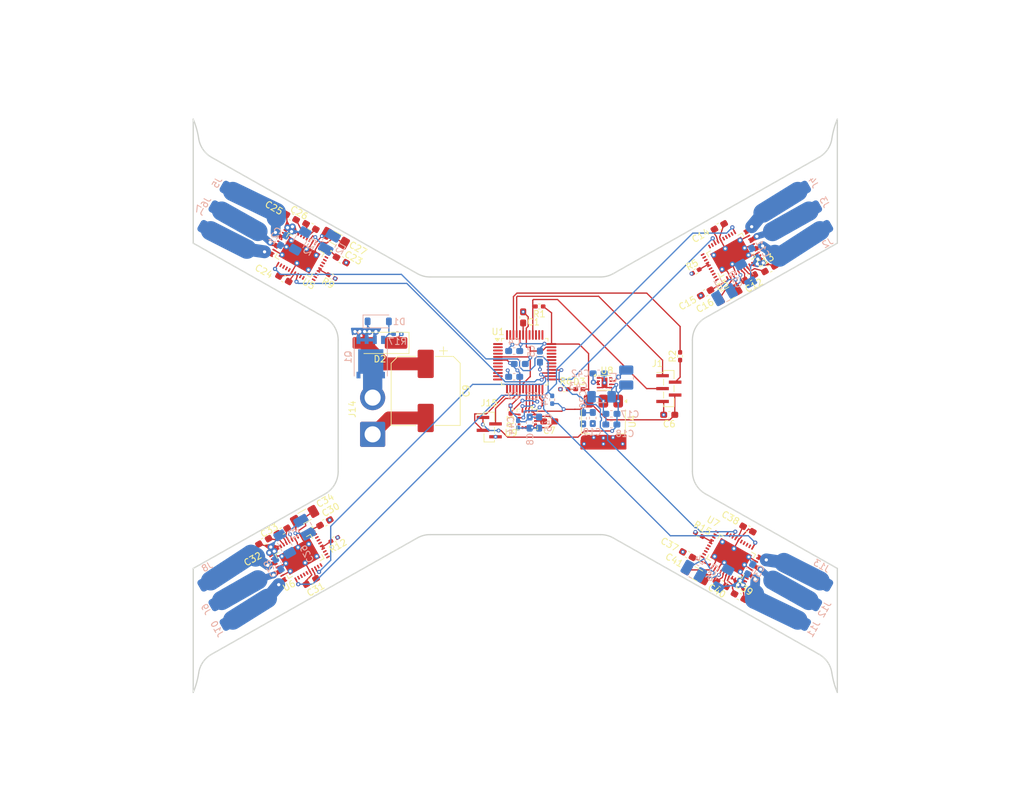
<source format=kicad_pcb>
(kicad_pcb (version 20241229) (generator "pcbnew") (generator_version "9.0")
  (layers (0 "F.Cu" signal) (4 "In1.Cu" power "GND") (6 "In2.Cu" power "VBAT") (2 "B.Cu" signal) (13 "F.Paste" user) (15 "B.Paste" user) (5 "F.SilkS" user "F.Silkscreen") (7 "B.SilkS" user "B.Silkscreen") (1 "F.Mask" user) (3 "B.Mask" user) (25 "Edge.Cuts" user))
  (net 0 "")
  (net 1 "+3V3")
  (net 2 "/mcu/USB_DM")
  (net 3 "/mcu/USB_DP")
  (net 4 "IMU_CS")
  (net 5 "IMU_INT")
  (net 6 "IMU_SCK")
  (net 7 "IMU_MISO")
  (net 8 "IMU_MOSI")
  (net 9 "VBK_M1")
  (net 10 "Net-(U5-DVDD)")
  (net 11 "Net-(U5-AVDD)")
  (net 12 "Net-(U5-CP)")
  (net 13 "Net-(U5-CPL)")
  (net 14 "Net-(U5-CPH)")
  (net 15 "VBK_M2")
  (net 16 "Net-(U6-DVDD)")
  (net 17 "Net-(U6-AVDD)")
  (net 18 "Net-(U6-CP)")
  (net 19 "Net-(U6-CPL)")
  (net 20 "Net-(U6-CPH)")
  (net 21 "VBK_M3")
  (net 22 "Net-(U7-DVDD)")
  (net 23 "Net-(U7-AVDD)")
  (net 24 "Net-(U7-CP)")
  (net 25 "Net-(U7-CPL)")
  (net 26 "Net-(U7-CPH)")
  (net 27 "VBK_M4")
  (net 28 "Net-(U5-SW_BK)")
  (net 29 "Net-(U6-SW_BK)")
  (net 30 "Net-(U7-SW_BK)")
  (net 31 "DRVOFF_ALL")
  (net 32 "Net-(U5-BRAKE)")
  (net 33 "Net-(U6-BRAKE)")
  (net 34 "Net-(U7-BRAKE)")
  (net 35 "M4_PWM")
  (net 36 "M3_PWM")
  (net 37 "M1_PWM")
  (net 38 "M2_PWM")
  (net 39 "/motor_esc1/M1_C")
  (net 40 "/motor_esc1/M1_A")
  (net 41 "/motor_esc1/M1_B")
  (net 44 "/motor_esc2/M2_C")
  (net 45 "/motor_esc2/M2_B")
  (net 50 "/motor_esc2/M2_A")
  (net 56 "/motor_esc3/M3_A")
  (net 57 "/motor_esc3/M3_B")
  (net 58 "/motor_esc3/M3_C")
  (net 62 "/motor_esc4/M4_B")
  (net 66 "/motor_esc4/M4_C")
  (net 67 "/motor_esc4/M4_A")
  (net 72 "Net-(D1-A)")
  (net 73 "VBAT")
  (net 74 "GND")
  (net 75 "+5V")
  (net 76 "CRSF_TX")
  (net 77 "CRSF_RX")
  (net 78 "Net-(U9-REGOUT)")
  (net 81 "Net-(D3-K)")
  (net 82 "Net-(U1-VDDCORE)")
  (net 94 "Net-(U3-BRAKE)")
  (net 95 "Net-(U3-SW_BK)")
  (net 96 "Net-(U3-DVDD)")
  (net 97 "Net-(U3-AVDD)")
  (net 98 "Net-(U3-CP)")
  (net 99 "Net-(U3-CPL)")
  (net 100 "Net-(U3-CPH)")
  (net 117 "Net-(J1-SWDIO)")
  (net 118 "Net-(J1-RESET)")
  (net 119 "Net-(J1-SWCLK)")
  (net 120 "Net-(U1-PA31)")
  (net 123 "Net-(J14-Pin_2)")
  (net 124 "Net-(U8-SW)")
  (footprint "MountingHole:MountingHole_2.2mm_M2" (layer "F.Cu") (at 94.000042 66.5)
    (property "Reference" "M8" (hide yes))
    (property "Value" "MountingHole_2.2mm_M2" (hide yes))
  )
  (footprint "Capacitor_SMD:C_0603_1608Metric_Pad1.08x0.95mm_HandSolder" (layer "F.Cu") (at 186.118864 119.127355 -29.4758)
    (property "Reference" "C38")
    (property "Value" "1uF")
  )
  (footprint "MountingHole:MountingHole_2.2mm_M2" (layer "F.Cu") (at 82.000042 54.5)
    (property "Reference" "M6" (hide yes))
    (property "Value" "MountingHole_2.2mm_M2" (hide yes))
  )
  (footprint "MountingHole:MountingHole_2.2mm_M2" (layer "F.Cu") (at 218.000042 133.5)
    (property "Reference" "M13" (hide yes))
    (property "Value" "MountingHole_2.2mm_M2" (hide yes))
  )
  (footprint "MountingHole:MountingHole_2.2mm_M2" (layer "F.Cu") (at 94.000042 54.5)
    (property "Reference" "M5" (hide yes))
    (property "Value" "MountingHole_2.2mm_M2" (hide yes))
  )
  (footprint "Capacitor_SMD:C_0603_1608Metric_Pad1.08x0.95mm_HandSolder" (layer "F.Cu") (at 120.44 118.15 29.476)
    (property "Reference" "C30")
    (property "Value" "1uF")
  )
  (footprint "MountingHole:MountingHole_2.2mm_M2" (layer "F.Cu") (at 82.000042 145.5)
    (property "Reference" "M11" (hide yes))
    (property "Value" "MountingHole_2.2mm_M2" (hide yes))
  )
  (footprint "MountingHole:MountingHole_2.2mm_M2" (layer "F.Cu") (at 94.000042 133.5)
    (property "Reference" "M9" (hide yes))
    (property "Value" "MountingHole_2.2mm_M2" (hide yes))
  )
  (footprint "Resistor_SMD:R_0402_1005Metric_Pad0.72x0.64mm_HandSolder" (layer "F.Cu") (at 121.9 120.74 -150.524)
    (property "Reference" "R12")
    (property "Value" "10k")
  )
  (footprint "MountingHole:MountingHole_2.2mm_M2" (layer "F.Cu") (at 82.000042 66.5)
    (property "Reference" "M7" (hide yes))
    (property "Value" "MountingHole_2.2mm_M2" (hide yes))
  )
  (footprint "Capacitor_SMD:C_0603_1608Metric_Pad1.08x0.95mm_HandSolder" (layer "F.Cu") (at 155.272501 102.42 180)
    (property "Reference" "C7")
    (property "Value" "100nF")
  )
  (footprint "Package_SON:WSON-8-1EP_2x2mm_P0.5mm_EP0.9x1.6mm" (layer "F.Cu") (at 163.85 96.425)
    (property "Reference" "U8")
    (property "Value" "TPS62162DSG")
  )
  (footprint "Capacitor_SMD:C_0603_1608Metric_Pad1.08x0.95mm_HandSolder" (layer "F.Cu") (at 181.66914 72.175 29.476)
    (property "Reference" "C14")
    (property "Value" "1uF")
  )
  (footprint "Capacitor_SMD:C_0603_1608Metric_Pad1.08x0.95mm_HandSolder" (layer "F.Cu") (at 179.55 82.475 -150.524)
    (property "Reference" "C15")
    (property "Value" "1uF")
  )
  (footprint "Capacitor_SMD:C_0603_1608Metric_Pad1.08x0.95mm_HandSolder" (layer "F.Cu") (at 118.30914 127.274401 -150.524)
    (property "Reference" "C31")
    (property "Value" "1uF")
  )
  (footprint "MCF8316:MCF8316A_RGF0040E_VQFN-40-1EP_7x5mm_P0.5mm_EP5.5x3.5mm" (layer "F.Cu") (at 116.50165 76.60963 150.524)
    (property "Reference" "U5")
    (property "Value" "MCF8316A")
  )
  (footprint "Capacitor_SMD:C_0603_1608Metric_Pad1.08x0.95mm_HandSolder" (layer "F.Cu") (at 173.9 101.4 180)
    (property "Reference" "C6")
    (property "Value" "4.7uF")
  )
  (footprint "Capacitor_SMD:C_0603_1608Metric_Pad1.08x0.95mm_HandSolder" (layer "F.Cu") (at 114.07 80.28 150.524)
    (property "Reference" "C24")
    (property "Value" "1uF")
  )
  (footprint "MountingHole:MountingHole_2.2mm_M2" (layer "F.Cu") (at 206.000042 66.5)
    (property "Reference" "M3" (hide yes))
    (property "Value" "MountingHole_2.2mm_M2" (hide yes))
  )
  (footprint "MountingHole:MountingHole_2.2mm_M2" (layer "F.Cu") (at 206.000042 54.5)
    (property "Reference" "M2" (hide yes))
    (property "Value" "MountingHole_2.2mm_M2" (hide yes))
  )
  (footprint "Resistor_SMD:R_0402_1005Metric_Pad0.72x0.64mm_HandSolder" (layer "F.Cu") (at 178.025 79.15 29.476)
    (property "Reference" "R5")
    (property "Value" "10k")
  )
  (footprint "MCF8316:MCF8316A_RGF0040E_VQFN-40-1EP_7x5mm_P0.5mm_EP5.5x3.5mm" (layer "F.Cu") (at 116.50165 123.39037 -150.5241)
    (property "Reference" "U6")
    (property "Value" "MCF8316A")
  )
  (footprint "MountingHole:MountingHole_2.2mm_M2" (layer "F.Cu") (at 94.000042 145.5)
    (property "Reference" "M12" (hide yes))
    (property "Value" "MountingHole_2.2mm_M2" (hide yes))
  )
  (footprint "MCF8316:MCF8316A_RGF0040E_VQFN-40-1EP_7x5mm_P0.5mm_EP5.5x3.5mm" (layer "F.Cu") (at 183.49835 123.39037 -29.475889)
    (property "Reference" "U7")
    (property "Value" "MCF8316A")
  )
  (footprint "Capacitor_SMD:C_0603_1608Metric_Pad1.08x0.95mm_HandSolder" (layer "F.Cu") (at 122.99 77.35 -29.476)
    (property "Reference" "C23")
    (property "Value" "1uF")
  )
  (footprint "Capacitor_SMD:C_1206_3216Metric_Pad1.33x1.80mm_HandSolder" (layer "F.Cu") (at 178.030106 126.097838 150.5242)
    (property "Reference" "C41")
    (property "Value" "22uF")
  )
  (footprint "Capacitor_SMD:C_0603_1608Metric_Pad1.08x0.95mm_HandSolder" (layer "F.Cu") (at 115.22 70.7 150.5242)
    (property "Reference" "C25")
    (property "Value" "1uF")
  )
  (footprint "MountingHole:MountingHole_2.2mm_M2" (layer "F.Cu") (at 218.000042 54.5)
    (property "Reference" "M1" (hide yes))
    (property "Value" "MountingHole_2.2mm_M2" (hide yes))
  )
  (footprint "Capacitor_SMD:C_0603_1608Metric_Pad1.08x0.95mm_HandSolder" (layer "F.Cu") (at 189.5 78.725 29.476)
    (property "Reference" "C13")
    (property "Value" "1uF")
  )
  (footprint "MountingHole:MountingHole_2.2mm_M2" (layer "F.Cu") (at 206.000042 133.5)
    (property "Reference" "M14" (hide yes))
    (property "Value" "MountingHole_2.2mm_M2" (hide yes))
  )
  (footprint "MountingHole:MountingHole_2.2mm_M2" (layer "F.Cu") (at 82.000042 133.5)
    (property "Reference" "M10" (hide yes))
    (property "Value" "MountingHole_2.2mm_M2" (hide yes))
  )
  (footprint "Capacitor_SMD:C_0603_1608Metric_Pad1.08x0.95mm_HandSolder" (layer "F.Cu") (at 110.95914 121.054401 -150.524)
    (property "Reference" "C32")
    (property "Value" "1uF")
  )
  (footprint "Capacitor_SMD:C_0603_1608Metric_Pad1.08x0.95mm_HandSolder" (layer "F.Cu") (at 181.985407 127.626923 150.5242)
    (property "Reference" "C40")
    (property "Value" "47nF")
  )
  (footprint "Capacitor_SMD:C_0603_1608Metric_Pad1.08x0.95mm_HandSolder" (layer "F.Cu") (at 176.759139 123.105602 150.5242)
    (property "Reference" "C37")
    (property "Value" "1uF")
  )
  (footprint "Connector_Wire:SolderWire-2sqmm_1x02_P7.8mm_D2mm_OD3.9mm" (layer "F.Cu") (at 127.855 104.43 90)
    (property "Reference" "J14")
    (property "Value" "Conn_01x02" (hide yes))
  )
  (footprint "Capacitor_SMD:C_1206_3216Metric_Pad1.33x1.80mm_HandSolder" (layer "F.Cu") (at 117.29 117.17 29.476)
    (property "Reference" "C34")
    (property "Value" "22uF")
  )
  (footprint "MountingHole:MountingHole_2.2mm_M2" (layer "F.Cu") (at 218.000042 145.5)
    (property "Reference" "M16" (hide yes))
    (property "Value" "MountingHole_2.2mm_M2" (hide yes))
  )
  (footprint "Capacitor_SMD:C_0603_1608Metric_Pad1.08x0.95mm_HandSolder" (layer "F.Cu") (at 184.788056 129.616464 -29.475)
    (property "Reference" "C39")
    (property "Value" "1uF")
  )
  (footprint "Connector_PinSocket_1.00mm:PinSocket_1x04_P1.00mm_Vertical_SMD_Pin1Left" (layer "F.Cu") (at 145.955 103.31)
    (property "Reference" "J15")
    (property "Value" "Conn_01x04_Socket")
  )
  (footprint "Resistor_SMD:R_0402_1005Metric_Pad0.72x0.64mm_HandSolder" (layer "F.Cu") (at 121.515612 79.950996 150.524)
    (property "Reference" "R9")
    (property "Value" "10k")
  )
  (footprint "Package_QFP:TQFP-48_7x7mm_P0.5mm" (layer "F.Cu") (at 151.4655 93.163)
    (property "Reference" "U1")
    (property "Value" "ATSAMD21G18A-A")
  )
  (footprint "MountingHole:MountingHole_2.2mm_M2" (layer "F.Cu") (at 218.000042 66.5)
    (property "Reference" "M4" (hide yes))
    (property "Value" "MountingHole_2.2mm_M2" (hide yes))
  )
  (footprint "Capacitor_SMD:C_1206_3216Metric_Pad1.33x1.80mm_HandSolder" (layer "F.Cu") (at 183 82.7 -150.524)
    (property "Reference" "C16")
    (property "Value" "22uF")
  )
  (footprint "LED_SMD:LED_0402_1005Metric_Pad0.77x0.64mm_HandSolder" (layer "F.Cu") (at 159.94 97.42)
    (property "Reference" "D3")
    (property "Value" "LED_Small")
  )
  (footprint "Package_LGA:LGA-16_3x3mm_P0.5mm" (layer "F.Cu") (at 151.868769 102.115 -90)
    (property "Reference" "U9")
    (property "Value" "ICM-20602")
  )
  (footprint "Capacitor_SMD:C_0603_1608Metric_Pad1.08x0.95mm_HandSolder" (layer "F.Cu") (at 118.269139 72.165602 -29.4758)
    (property "Reference" "C26")
    (property "Value" "47nF")
  )
  (footprint "Resistor_SMD:R_0402_1005Metric_Pad0.72x0.64mm_HandSolder" (layer "F.Cu") (at 178.505609 120.004644 -29.4758)
    (property "Reference" "R15")
    (property "Value" "10k")
  )
  (footprint "Diode_SMD:D_SMA_Handsoldering" (layer "F.Cu") (at 128.99 90.24 180)
    (property "Reference" "D2")
    (property "Value" "SMAJ18A")
  )
  (footprint "Resistor_SMD:R_0402_1005Metric_Pad0.72x0.64mm_HandSolder" (layer "F.Cu") (at 149.27 100.59 -90)
    (property "Reference" "R3")
    (property "Value" "10k")
  )
  (footprint "Resistor_SMD:R_0402_1005Metric_Pad0.72x0.64mm_HandSolder" (layer "F.Cu") (at 175.59 92.3025 90)
    (property "Reference" "R2")
    (property "Value" "33")
  )
  (footprint "Capacitor_SMD:C_0603_1608Metric_Pad1.08x0.95mm_HandSolder" (layer "F.Cu") (at 151.2216 86.277 -90)
    (property "Reference" "C1")
    (property "Value" "1uF" (hide yes))
  )
  (footprint "Capacitor_SMD:C_1206_3216Metric_Pad1.33x1.80mm_HandSolder" (layer "F.Cu") (at 122.05 73.99 -29.4758)
    (property "Reference" "C27")
    (property "Value" "22uF")
  )
  (footprint "MCF8316:MCF8316A_RGF0040E_VQFN-40-1EP_7x5mm_P0.5mm_EP5.5x3.5mm" (layer "F.Cu") (at 183.49835 76.60963 29.475889)
    (property "Reference" "U3")
    (property "Value" "MCF8316A")
  )
  (footprint "Capacitor_SMD:CP_Elec_10x10.5" (layer "F.Cu") (at 136.09 97.689999 -90)
    (property "Reference" "C9")
    (property "Value" "330uF")
  )
  (footprint "Resistor_SMD:R_0402_1005Metric_Pad0.72x0.64mm_HandSolder" (layer "F.Cu") (at 153.7292 84.5782 180)
    (property "Reference" "R1")
    (property "Value" "10k")
  )
  (footprint "Connector_PinSocket_1.00mm:PinSocket_1x05_P1.00mm_Vertical_SMD_Pin1Left" (layer "F.Cu") (at 173.84 97.33)
    (property "Reference" "J1")
    (property "Value" "Conn_01x05_Socket")
  )
  (footprint "Capacitor_SMD:C_0603_1608Metric_Pad1.08x0.95mm_HandSolder" (layer "F.Cu") (at 113.82914 119.434401 29.476)
    (property "Reference" "C33")
    (property "Value" "47nF")
  )
  (footprint "MountingHole:MountingHole_2.2mm_M2" (layer "F.Cu") (at 206.000042 145.5)
    (property "Reference" "M15" (hide yes))
    (property "Value" "MountingHole_2.2mm_M2" (hide yes))
  )
  (footprint "Package_TO_SOT_SMD:SOT-223-3_TabPin2" (layer "F.Cu") (at 163.675 102.425 -90)
    (property "Reference" "U4")
    (property "Value" "MCP1826S")
  )
  (footprint "Capacitor_SMD:C_0603_1608Metric_Pad1.08x0.95mm_HandSolder" (layer "F.Cu") (at 186.35 80.1 -150.524)
    (property "Reference" "C12")
    (property "Value" "47nF")
  )
  (footprint "Resistor_SMD:R_0402_1005Metric_Pad0.72x0.64mm_HandSolder" (layer "F.Cu") (at 157.61 97.43 180)
    (property "Reference" "R6")
    (property "Value" "220")
  )
  (footprint "Inductor_SMD:L_1008_2520Metric_Pad1.43x2.20mm_HandSolder" (layer "B.Cu") (at 121.14 74.62 60.524)
    (property "Reference" "L2")
    (property "Value" "2.2uH")
  )
  (footprint "Capacitor_SMD:C_0603_1608Metric_Pad1.08x0.95mm_HandSolder" (layer "B.Cu") (at 153.7 102.61 90)
    (property "Reference" "C45")
    (property "Value" "2.2uF")
  )
  (footprint "Capacitor_SMD:C_0603_1608Metric_Pad1.08x0.95mm_HandSolder" (layer "B.Cu") (at 186.43 125.38 60.524)
    (property "Reference" "C35")
    (property "Value" "100nF")
  )
  (footprint "Capacitor_SMD:C_1206_3216Metric_Pad1.33x1.80mm_HandSolder" (layer "B.Cu") (at 185.768842 79.454854 -60.524)
    (property "Reference" "C10")
    (property "Value" "22uF")
  )
  (footprint "Capacitor_SMD:C_0603_1608Metric_Pad1.08x0.95mm_HandSolder" (layer "B.Cu") (at 164.912499 102.9)
    (property "Reference" "C18")
    (property "Value" "10uF")
  )
  (footprint "Connector_Wire:SolderWirePad_1x01_SMD_2x4mm" (layer "B.Cu") (at 102.69495 127.17377 -60.524)
    (property "Reference" "J8")
    (property "Value" "SolderWirePad_1x01_SMD_2x4mm" (hide yes))
  )
  (footprint "Capacitor_SMD:C_0603_1608Metric_Pad1.08x0.95mm_HandSolder" (layer "B.Cu") (at 113.95 74.33 -119.476)
    (property "Reference" "C21")
    (property "Value" "100nF")
  )
  (footprint "Capacitor_SMD:C_1206_3216Metric_Pad1.33x1.80mm_HandSolder" (layer "B.Cu") (at 116.59 74.4 60.524)
    (property "Reference" "C22")
    (property "Value" "22uF")
  )
  (footprint "Package_SO:PowerPAK_SO-8_Single" (layer "B.Cu") (at 127.56 92.435 -90)
    (property "Reference" "Q1")
    (property "Value" "Si7139DP")
  )
  (footprint "Capacitor_SMD:C_0603_1608Metric_Pad1.08x0.95mm_HandSolder" (layer "B.Cu") (at 162.937499 94.975)
    (property "Reference" "C42")
    (property "Value" "10uF")
  )
  (footprint "Connector_Wire:SolderWirePad_1x01_SMD_2x4mm" (layer "B.Cu") (at 193.86064 66.73229 119.4759)
    (property "Reference" "J4")
    (property "Value" "SolderWirePad_1x01_SMD_2x4mm" (hide yes))
  )
  (footprint "Capacitor_SMD:C_0603_1608Metric_Pad1.08x0.95mm_HandSolder" (layer "B.Cu") (at 162.03 101.892501 -90)
    (property "Reference" "C19")
    (property "Value" "100nF")
  )
  (footprint "Capacitor_SMD:C_0603_1608Metric_Pad1.08x0.95mm_HandSolder" (layer "B.Cu") (at 187.15 76.3 119.476)
    (property "Reference" "C11")
    (property "Value" "100nF")
  )
  (footprint "Inductor_SMD:L_1008_2520Metric_Pad1.43x2.20mm_HandSolder" (layer "B.Cu") (at 167.225 95.612499 -90)
    (property "Reference" "L5")
    (property "Value" "2.2uH")
  )
  (footprint "Capacitor_SMD:C_1206_3216Metric_Pad1.33x1.80mm_HandSolder" (layer "B.Cu") (at 182.238387 126.796286 -119.4758)
    (property "Reference" "C36")
    (property "Value" "22uF")
  )
  (footprint "Capacitor_SMD:C_0603_1608Metric_Pad1.08x0.95mm_HandSolder" (layer "B.Cu") (at 149.8255 91.5005 180)
    (property "Reference" "C4")
    (property "Value" "100nF")
  )
  (footprint "Connector_Wire:SolderWirePad_1x01_SMD_2x4mm" (layer "B.Cu") (at 102.695 72.826 -119.476)
    (property "Reference" "J7")
    (property "Value" "SolderWirePad_1x01_SMD_2x4mm" (hide yes))
  )
  (footprint "Capacitor_SMD:C_0603_1608Metric_Pad1.08x0.95mm_HandSolder" (layer "B.Cu") (at 153.8255 92.363 -90)
    (property "Reference" "C5")
    (property "Value" "100nF")
  )
  (footprint "Capacitor_SMD:C_0603_1608Metric_Pad1.08x0.95mm_HandSolder" (layer "B.Cu") (at 164.925 101.25 180)
    (property "Reference" "C17")
    (property "Value" "100nF")
  )
  (footprint "Capacitor_SMD:C_0603_1608Metric_Pad1.08x0.95mm_HandSolder" (layer "B.Cu") (at 113.19 124.61 -60.524)
    (property "Reference" "C28")
    (property "Value" "100nF")
  )
  (footprint "Capacitor_SMD:C_0603_1608Metric_Pad1.08x0.95mm_HandSolder" (layer "B.Cu") (at 150.688 93.5005)
    (property "Reference" "C3")
    (property "Value" "100nF")
  )
  (footprint "Resistor_SMD:R_0402_1005Metric_Pad0.72x0.64mm_HandSolder" (layer "B.Cu") (at 155.73 99.0625 -90)
    (property "Reference" "R4")
    (property "Value" "10k")
  )
  (footprint "Capacitor_SMD:C_0603_1608Metric_Pad1.08x0.95mm_HandSolder" (layer "B.Cu") (at 152.23 102.61 90)
    (property "Reference" "C8")
    (property "Value" "100nF")
  )
  (footprint "Resistor_SMD:R_0402_1005Metric_Pad0.72x0.64mm_HandSolder" (layer "B.Cu") (at 131.71 88.85)
    (property "Reference" "R17")
    (property "Value" "100k")
  )
  (footprint "Capacitor_SMD:C_1206_3216Metric_Pad1.33x1.80mm_HandSolder" (layer "B.Cu") (at 114.21 121.47 119.476)
    (property "Reference" "C29")
    (property "Value" "22uF")
  )
  (footprint "Diode_SMD:D_SOD-123" (layer "B.Cu") (at 128.725 86.9)
    (property "Reference" "D1")
    (property "Value" "BZT52H-B12")
  )
  (footprint "Inductor_SMD:L_1008_2520Metric_Pad1.43x2.20mm_HandSolder" (layer "B.Cu") (at 177.7227 125.684144 150.524)
    (property "Reference" "L4")
    (property "Value" "2.2uH")
  )
  (footprint "Capacitor_SMD:C_0603_1608Metric_Pad1.08x0.95mm_HandSolder" (layer "B.Cu") (at 149.8255 95.5005 180)
    (property "Reference" "C2")
    (property "Value" "100nF")
  )
  (footprint "Connector_Wire:SolderWirePad_1x01_SMD_2x4mm" (layer "B.Cu") (at 104.41716 69.77926 -119.476)
    (property "Reference" "J6")
    (property "Value" "SolderWirePad_1x01_SMD_2x4mm" (hide yes))
  )
  (footprint "Connector_Wire:SolderWirePad_1x01_SMD_2x4mm" (layer "B.Cu") (at 195.58284 69.77926 119.4759)
    (property "Reference" "J3")
    (property "Value" "SolderWirePad_1x01_SMD_2x4mm" (hide yes))
  )
  (footprint "Connector_Wire:SolderWirePad_1x01_SMD_2x4mm" (layer "B.Cu") (at 197.305 72.826 119.4759)
    (property "Reference" "J2")
    (property "Value" "SolderWirePad_1x01_SMD_2x4mm" (hide yes))
  )
  (footprint "Connector_Wire:SolderWirePad_1x01_SMD_2x4mm" (layer "B.Cu") (at 197.30505 127.174 60.524)
    (property "Reference" "J13")
    (property "Value" "SolderWirePad_1x01_SMD_2x4mm" (hide yes))
  )
  (footprint "Connector_Wire:SolderWirePad_1x01_SMD_2x4mm" (layer "B.Cu") (at 193.86064 133.26771 60.524)
    (property "Reference" "J11")
    (property "Value" "SolderWirePad_1x01_SMD_2x4mm" (hide yes))
  )
  (footprint "Connector_Wire:SolderWirePad_1x01_SMD_2x4mm" (layer "B.Cu") (at 106.13936 66.73229 -119.476)
    (property "Reference" "J5")
    (property "Value" "SolderWirePad_1x01_SMD_2x4mm" (hide yes))
  )
  (footprint "Connector_Wire:SolderWirePad_1x01_SMD_2x4mm" (layer "B.Cu") (at 195.58284 130.22074 60.524)
    (property "Reference" "J12")
    (property "Value" "SolderWirePad_1x01_SMD_2x4mm" (hide yes))
  )
  (footprint "Capacitor_SMD:C_1206_3216Metric_Pad1.33x1.80mm_HandSolder" (layer "B.Cu") (at 163.4 98.6 180)
    (property "Reference" "C43")
    (property "Value" "22uF")
  )
  (footprint "Connector_Wire:SolderWirePad_1x01_SMD_2x4mm" (layer "B.Cu") (at 106.13936 133.26771 -60.524)
    (property "Reference" "J10")
    (property "Value" "SolderWirePad_1x01_SMD_2x4mm" (hide yes))
  )
  (footprint "Capacitor_SMD:C_0603_1608Metric_Pad1.08x0.95mm_HandSolder" (layer "B.Cu") (at 160.52 101.94 90)
    (property "Reference" "C20")
    (property "Value" "10uF")
  )
  (footprint "Inductor_SMD:L_1008_2520Metric_Pad1.43x2.20mm_HandSolder" (layer "B.Cu") (at 182.487027 82.75 -150.524)
    (property "Reference" "L1")
    (property "Value" "2.2uH")
  )
  (footprint "Capacitor_SMD:C_0402_1005Metric_Pad0.74x0.62mm_HandSolder" (layer "B.Cu") (at 150.42 102.88 90)
    (property "Reference" "C44")
    (property "Value" "10nF")
  )
  (footprint "Connector_Wire:SolderWirePad_1x01_SMD_2x4mm" (layer "B.Cu") (at 104.41716 130.22074 -60.524)
    (property "Reference" "J9")
    (property "Value" "SolderWirePad_1x01_SMD_2x4mm" (hide yes))
  )
  (footprint "Inductor_SMD:L_1008_2520Metric_Pad1.43x2.20mm_HandSolder" (layer "B.Cu") (at 117.31 118.85 -60.524)
    (property "Reference" "L3")
    (property "Value" "2.2uH")
  )
  (gr_arc (start 102.837574 61.42002) (mid 101.521018 60.203481) (end 100.851495 58.540647) (stroke (width 0.2)) (layer "Edge.Cuts"))
  (gr_arc (start 199.148505 58.540647) (mid 199.481591 56.994375) (end 200 55.5) (stroke (width 0.2)) (layer "Edge.Cuts"))
  (gr_arc (start 179.531771 113.681958) (mid 178.045082 112.21553) (end 177.499999 110.199707) (stroke (width 0.2)) (layer "Edge.Cuts"))
  (gr_arc (start 197.162426 138.57998) (mid 198.486887 139.791065) (end 199.148505 141.459353) (stroke (width 0.2)) (layer "Edge.Cuts"))
  (gr_line (start 200 74.749043) (end 179.531771 86.318042) (stroke (width 0.2)) (layer "Edge.Cuts"))
  (gr_line (start 177.499999 89.800293) (end 177.499999 110.199707) (stroke (width 0.2)) (layer "Edge.Cuts"))
  (gr_line (start 134.793828 120.517749) (end 102.837574 138.57998) (stroke (width 0.2)) (layer "Edge.Cuts"))
  (gr_line (start 179.531771 113.681958) (end 200 125.250957) (stroke (width 0.2)) (layer "Edge.Cuts"))
  (gr_arc (start 120.468229 86.318042) (mid 121.95492 87.78447) (end 122.500001 89.800293) (stroke (width 0.2)) (layer "Edge.Cuts"))
  (gr_line (start 100 125.250957) (end 120.468229 113.681958) (stroke (width 0.2)) (layer "Edge.Cuts"))
  (gr_arc (start 134.793828 120.517749) (mid 135.744463 120.131602) (end 136.762057 120) (stroke (width 0.2)) (layer "Edge.Cuts"))
  (gr_arc (start 100 55.5) (mid 100.51841 56.994375) (end 100.851495 58.540647) (stroke (width 0.2)) (layer "Edge.Cuts"))
  (gr_arc (start 199.148505 58.540647) (mid 198.486897 60.208945) (end 197.162426 61.42002) (stroke (width 0.2)) (layer "Edge.Cuts"))
  (gr_arc (start 100.851495 141.459353) (mid 101.513112 139.791064) (end 102.837574 138.57998) (stroke (width 0.2)) (layer "Edge.Cuts"))
  (gr_line (start 163.237943 120) (end 136.762057 120) (stroke (width 0.2)) (layer "Edge.Cuts"))
  (gr_line (start 100 74.749043) (end 100 55.5) (stroke (width 0.2)) (layer "Edge.Cuts"))
  (gr_line (start 200 55.5) (end 200 74.749043) (stroke (width 0.2)) (layer "Edge.Cuts"))
  (gr_arc (start 163.237943 120) (mid 164.255537 120.131602) (end 165.206172 120.517749) (stroke (width 0.2)) (layer "Edge.Cuts"))
  (gr_arc (start 200 144.5) (mid 199.48159 143.005626) (end 199.148505 141.459353) (stroke (width 0.2)) (layer "Edge.Cuts"))
  (gr_line (start 136.762057 80) (end 163.237943 80) (stroke (width 0.2)) (layer "Edge.Cuts"))
  (gr_line (start 122.500001 110.199707) (end 122.500001 89.800293) (stroke (width 0.2)) (layer "Edge.Cuts"))
  (gr_arc (start 177.499999 89.800293) (mid 178.045084 87.784472) (end 179.531771 86.318042) (stroke (width 0.2)) (layer "Edge.Cuts"))
  (gr_line (start 102.837574 61.42002) (end 134.793828 79.482251) (stroke (width 0.2)) (layer "Edge.Cuts"))
  (gr_line (start 120.468229 86.318042) (end 100 74.749043) (stroke (width 0.2)) (layer "Edge.Cuts"))
  (gr_line (start 100 144.5) (end 100 125.250957) (stroke (width 0.2)) (layer "Edge.Cuts"))
  (gr_line (start 197.162426 138.57998) (end 165.206172 120.517749) (stroke (width 0.2)) (layer "Edge.Cuts"))
  (gr_arc (start 100.851495 141.459353) (mid 100.51841 143.005626) (end 100 144.5) (stroke (width 0.2)) (layer "Edge.Cuts"))
  (gr_arc (start 165.206172 79.482251) (mid 164.255537 79.868399) (end 163.237943 80) (stroke (width 0.2)) (layer "Edge.Cuts"))
  (gr_arc (start 122.500001 110.199707) (mid 121.954919 112.21553) (end 120.468229 113.681958) (stroke (width 0.2)) (layer "Edge.Cuts"))
  (gr_line (start 165.206172 79.482251) (end 197.162426 61.42002) (stroke (width 0.2)) (layer "Edge.Cuts"))
  (gr_arc (start 136.762057 80) (mid 135.744467 79.868388) (end 134.793828 79.482251) (stroke (width 0.2)) (layer "Edge.Cuts"))
  (gr_line (start 200 125.250957) (end 200 144.5) (stroke (width 0.2)) (layer "Edge.Cuts"))
  (segment (start 153.143769 101.365) (end 152.618769 100.84) (width 0.2) (layer "F.Cu") (net 1))
  (segment (start 149.1885 93.363) (end 148.7385 92.913) (width 0.2) (layer "F.Cu") (net 1))
  (segment (start 150.7025 97.3385) (end 150.7155 97.3255) (width 0.2) (layer "F.Cu") (net 1))
  (segment (start 150.8255 90.5005) (end 150.7155 90.3905) (width 0.2) (layer "F.Cu") (net 1))
  (segment (start 154.5805 90.413) (end 155.628 90.413) (width 0.2) (layer "F.Cu") (net 1))
  (segment (start 155.6285 85.5644) (end 154.3267 84.5782) (width 0.2) (layer "F.Cu") (net 1))
  (segment (start 155.628 90.413) (end 155.6285 90.413) (width 0.2) (layer "F.Cu") (net 1))
  (segment (start 173.986501 102.176) (end 164.276 102.176) (width 0.2) (layer "F.Cu") (net 1))
  (segment (start 154.5285 90.3608) (end 154.5805 90.413) (width 0.2) (layer "F.Cu") (net 1))
  (segment (start 147.303 92.913) (end 147.3025 92.913) (width 0.2) (layer "F.Cu") (net 1))
  (segment (start 160.5125 97.42) (end 161.375 97.42) (width 0.2) (layer "F.Cu") (net 1))
  (segment (start 150.7155 94.8905) (end 150.7155 97.3255) (width 0.2) (layer "F.Cu") (net 1))
  (segment (start 152.645 101.365) (end 152.25 101.76) (width 0.2) (layer "F.Cu") (net 1))
  (segment (start 152.618769 100.84) (end 154.14 100.84) (width 0.2) (layer "F.Cu") (net 1))
  (segment (start 153.143769 101.365) (end 152.645 101.365) (width 0.2) (layer "F.Cu") (net 1))
  (segment (start 164.276 102.176) (end 161.375 99.275) (width 0.2) (layer "F.Cu") (net 1))
  (segment (start 150.7025 97.3382) (end 150.7155 97.3255) (width 0.2) (layer "F.Cu") (net 1))
  (segment (start 150.7155 98.547) (end 150.7155 97.3255) (width 0.2) (layer "F.Cu") (net 1))
  (segment (start 155.6285 85.5644) (end 155.6285 90.413) (width 0.2) (layer "F.Cu") (net 1))
  (segment (start 157.525 100.55) (end 159.245002 100.55) (width 0.2) (layer "F.Cu") (net 1))
  (segment (start 154.14 100.84) (end 157.235 100.84) (width 0.2) (layer "F.Cu") (net 1))
  (segment (start 150.7155 90.3905) (end 150.7155 89.0005) (width 0.2) (layer "F.Cu") (net 1))
  (segment (start 159.895962 90.413) (end 161.375 91.892038) (width 0.2) (layer "F.Cu") (net 1))
  (segment (start 161.375 97.42) (end 161.375 91.892038) (width 0.2) (layer "F.Cu") (net 1))
  (segment (start 159.245002 100.55) (end 159.25 100.545002) (width 0.2) (layer "F.Cu") (net 1))
  (segment (start 174.762501 101.4) (end 174.762501 98.382499) (width 0.2) (layer "F.Cu") (net 1))
  (segment (start 160.104998 100.545002) (end 160.58 100.07) (width 0.2) (layer "F.Cu") (net 1))
  (segment (start 174.762501 101.4) (end 173.986501 102.176) (width 0.2) (layer "F.Cu") (net 1))
  (segment (start 155.628 90.413) (end 159.895962 90.413) (width 0.2) (layer "F.Cu") (net 1))
  (segment (start 148.7385 92.913) (end 147.303 92.913) (width 0.2) (layer "F.Cu") (net 1))
  (segment (start 161.375 99.275) (end 161.375 97.42) (width 0.2) (layer "F.Cu") (net 1))
  (segment (start 157.235 100.84) (end 157.525 100.55) (width 0.2) (layer "F.Cu") (net 1))
  (segment (start 159.25 100.545002) (end 160.104998 100.545002) (width 0.2) (layer "F.Cu") (net 1))
  (segment (start 174.762501 98.382499) (end 174.815 98.33) (width 0.2) (layer "F.Cu") (net 1))
  (segment (start 149.27 99.98) (end 150.7155 98.547) (width 0.2) (layer "F.Cu") (net 1))
  (segment (start 160.58 100.07) (end 161.375 99.275) (width 0.2) (layer "F.Cu") (net 1))
  (segment (start 150.3255 94.5005) (end 150.7155 94.8905) (width 0.2) (layer "F.Cu") (net 1))
  (via (at 160.58 100.07) (size 0.6) (drill 0.3) (layers "F.Cu" "B.Cu") (net 1))
  (via (at 157.51 100.52) (size 0.6) (drill 0.3) (layers "F.Cu" "B.Cu") (net 1))
  (via (at 150.8255 90.5005) (size 0.6) (drill 0.3) (layers "F.Cu" "B.Cu") (net 1))
  (via (at 149.27 99.98) (size 0.6) (drill 0.3) (layers "F.Cu" "B.Cu") (net 1))
  (via (at 150.3255 94.5005) (size 0.6) (drill 0.3) (layers "F.Cu" "B.Cu") (net 1))
  (via (at 152.25 101.76) (size 0.6) (drill 0.3) (layers "F.Cu" "B.Cu") (net 1))
  (via (at 149.1885 93.363) (size 0.6) (drill 0.3) (layers "F.Cu" "B.Cu") (net 1))
  (via (at 154.5285 90.3608) (size 0.6) (drill 0.3) (layers "F.Cu" "B.Cu") (net 1))
  (segment (start 153.8255 91.0636) (end 154.5285 90.3608) (width 0.2) (layer "B.Cu") (net 1))
  (segment (start 161.982501 101.077499) (end 162.03 101.03) (width 0.2) (layer "B.Cu") (net 1))
  (segment (start 151.997499 101.73) (end 151.98 101.747499) (width 0.2) (layer "B.Cu") (net 1))
  (segment (start 152.39 101.73) (end 151.997499 101.73) (width 0.2) (layer "B.Cu") (net 1))
  (segment (start 150.215028 101.754972) (end 149.27 100.809943) (width 0.2) (layer "B.Cu") (net 1))
  (segment (start 150.6885 95.5005) (end 150.6885 94.863) (width 0.2) (layer "B.Cu") (net 1))
  (segment (start 150.3255 94.5005) (end 150.3255 94.5) (width 0.2) (layer "B.Cu") (net 1))
  (segment (start 156.65 99.66) (end 157.51 100.52) (width 0.2) (layer "B.Cu") (net 1))
  (segment (start 150.9652 90.3608) (end 150.8255 90.5005) (width 0.2) (layer "B.Cu") (net 1))
  (segment (start 153.7 101.747499) (end 152.23 101.747499) (width 0.2) (layer "B.Cu") (net 1))
  (segment (start 149.27 99.98) (end 149.27 99.69) (width 0.2) (layer "B.Cu") (net 1))
  (segment (start 150.6885 94.863) (end 150.3255 94.5005) (width 0.2) (layer "B.Cu") (net 1))
  (segment (start 149.1885 93.363) (end 149.688 93.363) (width 0.2) (layer "B.Cu") (net 1))
  (segment (start 153.8255 91.5005) (end 153.8255 91.0636) (width 0.2) (layer "B.Cu") (net 1))
  (segment (start 151.539 102.471) (end 150.931057 102.471) (width 0.2) (layer "B.Cu") (net 1))
  (segment (start 160.58 100.07) (end 160.58 101.017499) (width 0.2) (layer "B.Cu") (net 1))
  (segment (start 149.27 100.809943) (end 149.27 99.98) (width 0.2) (layer "B.Cu") (net 1))
  (segment (start 154.5285 90.3608) (end 150.9652 90.3608) (width 0.2) (layer "B.Cu") (net 1))
  (segment (start 149.1885 93.363) (end 149.3255 93.5005) (width 0.2) (layer "B.Cu") (net 1))
  (segment (start 149.688 93.363) (end 149.8255 93.5005) (width 0.2) (layer "B.Cu") (net 1))
  (segment (start 150.42 102.3125) (end 150.215028 101.754972) (width 0.2) (layer "B.Cu") (net 1))
  (segment (start 150.688 95.5005) (end 150.6885 95.5005) (width 0.2) (layer "B.Cu") (net 1))
  (segment (start 150.6885 90.638) (end 150.8255 90.5005) (width 0.2) (layer "B.Cu") (net 1))
  (segment (start 155.73 99.66) (end 156.65 99.66) (width 0.2) (layer "B.Cu") (net 1))
  (segment (start 150.688 91.5005) (end 150.6885 91.5005) (width 0.2) (layer "B.Cu") (net 1))
  (segment (start 150.8255 91.363) (end 150.688 91.5005) (width 0.2) (layer "B.Cu") (net 1))
  (segment (start 150.931057 102.471) (end 150.42 102.3125) (width 0.2) (layer "B.Cu") (net 1))
  (segment (start 152.25 101.76) (end 151.539 102.471) (width 0.2) (layer "B.Cu") (net 1))
  (segment (start 160.58 101.017499) (end 160.52 101.077499) (width 0.2) (layer "B.Cu") (net 1))
  (segment (start 151.98 101.747499) (end 152.407499 101.747499) (width 0.2) (layer "B.Cu") (net 1))
  (segment (start 150.8255 90.5005) (end 150.8255 91.363) (width 0.2) (layer "B.Cu") (net 1))
  (segment (start 150.3255 94.5) (end 149.1885 93.363) (width 0.2) (layer "B.Cu") (net 1))
  (segment (start 160.52 101.077499) (end 161.982501 101.077499) (width 0.2) (layer "B.Cu") (net 1))
  (segment (start 153.41 99.36) (end 153.2155 99.1655) (width 0.2) (layer "F.Cu") (net 4))
  (segment (start 150.593769 101.365) (end 149.27 101.1875) (width 0.2) (layer "F.Cu") (net 4))
  (segment (start 153.2155 99.1655) (end 153.2155 97.3255) (width 0.2) (layer "F.Cu") (net 4))
  (segment (start 149.27 101.0455) (end 151.1155 99.2) (width 0.2) (layer "F.Cu") (net 4))
  (segment (start 151.11 99.2) (end 151.1155 99.2) (width 0.2) (layer "F.Cu") (net 4))
  (via (at 151.1155 99.2) (size 0.6) (drill 0.3) (layers "F.Cu" "B.Cu") (net 4))
  (via (at 153.41 99.36) (size 0.6) (drill 0.3) (layers "F.Cu" "B.Cu") (net 4))
  (segment (start 151.1155 99.2) (end 152.71 99.2) (width 0.2) (layer "B.Cu") (net 4))
  (segment (start 152.87 99.36) (end 153.41 99.36) (width 0.2) (layer "B.Cu") (net 4))
  (segment (start 152.71 99.2) (end 152.87 99.36) (width 0.2) (layer "B.Cu") (net 4))
  (segment (start 154.140702 99.176) (end 153.774 98.809298) (width 0.2) (layer "F.Cu") (net 5))
  (segment (start 151.022536 101.87) (end 151.017536 101.865) (width 0.2) (layer "F.Cu") (net 5))
  (segment (start 154.19 99.176) (end 154.140702 99.176) (width 0.2) (layer "F.Cu") (net 5))
  (segment (start 151.017536 101.865) (end 150.593769 101.865) (width 0.2) (layer "F.Cu") (net 5))
  (segment (start 153.7155 98.3415) (end 153.7155 97.3255) (width 0.2) (layer "F.Cu") (net 5))
  (segment (start 151.21 101.87) (end 151.022536 101.87) (width 0.2) (layer "F.Cu") (net 5))
  (segment (start 153.774 98.4) (end 153.7155 98.3415) (width 0.2) (layer "F.Cu") (net 5))
  (segment (start 153.91 100.24) (end 154.19 99.96) (width 0.2) (layer "F.Cu") (net 5))
  (segment (start 153.774 98.809298) (end 153.774 98.4) (width 0.2) (layer "F.Cu") (net 5))
  (segment (start 153.773011 100.24) (end 153.91 100.24) (width 0.2) (layer "F.Cu") (net 5))
  (segment (start 154.19 99.96) (end 154.19 99.176) (width 0.2) (layer "F.Cu") (net 5))
  (segment (start 151.25 101.83) (end 151.21 101.87) (width 0.2) (layer "F.Cu") (net 5))
  (segment (start 153.7515 97.3615) (end 153.7155 97.3255) (width 0.2) (layer "F.Cu") (net 5))
  (via (at 151.25 101.83) (size 0.6) (drill 0.3) (layers "F.Cu" "B.Cu") (net 5))
  (via (at 153.773011 100.24) (size 0.6) (drill 0.3) (layers "F.Cu" "B.Cu") (net 5))
  (segment (start 151.25 101.83) (end 151.18 101.76) (width 0.2) (layer "B.Cu") (net 5))
  (segment (start 151.4 100.93) (end 151.56 100.77) (width 0.2) (layer "B.Cu") (net 5))
  (segment (start 151.18 101.702536) (end 151.4 101.482536) (width 0.2) (layer "B.Cu") (net 5))
  (segment (start 151.4 101.482536) (end 151.4 100.93) (width 0.2) (layer "B.Cu") (net 5))
  (segment (start 151.18 101.76) (end 151.18 101.702536) (width 0.2) (layer "B.Cu") (net 5))
  (segment (start 151.56 100.77) (end 153.243011 100.77) (width 0.2) (layer "B.Cu") (net 5))
  (segment (start 153.243011 100.77) (end 153.773011 100.24) (width 0.2) (layer "B.Cu") (net 5))
  (segment (start 152.2155 100.318269) (end 152.2155 97.3255) (width 0.2) (layer "F.Cu") (net 6))
  (segment (start 152.118769 100.84) (end 152.118769 100.415) (width 0.2) (layer "F.Cu") (net 6))
  (segment (start 152.118769 100.415) (end 152.2155 100.318269) (width 0.2) (layer "F.Cu") (net 6))
  (segment (start 152.845735 99.884735) (end 152.7155 99.7545) (width 0.2) (layer "F.Cu") (net 7))
  (segment (start 152.845735 100.025735) (end 152.845735 99.884735) (width 0.2) (layer "F.Cu") (net 7))
  (segment (start 152.7155 99.7545) (end 152.7155 97.3255) (width 0.2) (layer "F.Cu") (net 7))
  (segment (start 151.118769 100.053269) (end 151.1155 100.05) (width 0.2) (layer "F.Cu") (net 7))
  (segment (start 151.118769 100.84) (end 151.118769 100.053269) (width 0.2) (layer "F.Cu") (net 7))
  (via (at 151.1155 100.05) (size 0.6) (drill 0.3) (layers "F.Cu" "B.Cu") (net 7))
  (via (at 152.845735 100.025735) (size 0.6) (drill 0.3) (layers "F.Cu" "B.Cu") (net 7))
  (segment (start 152.42 100.05) (end 151.1155 100.05) (width 0.2) (layer "B.Cu") (net 7))
  (segment (start 152.845735 100.025735) (end 152.444265 100.025735) (width 0.2) (layer "B.Cu") (net 7))
  (segment (start 152.444265 100.025735) (end 152.42 100.05) (width 0.2) (layer "B.Cu") (net 7))
  (segment (start 151.618769 100.84) (end 151.618769 100.415) (width 0.2) (layer "F.Cu") (net 8))
  (segment (start 151.7155 100.318269) (end 151.7155 97.3255) (width 0.2) (layer "F.Cu") (net 8))
  (segment (start 151.618769 100.415) (end 151.7155 100.318269) (width 0.2) (layer "F.Cu") (net 8))
  (segment (start 183.787907 79.662278) (end 184.2 80.4) (width 0.2) (layer "F.Cu") (net 9))
  (segment (start 184.2 80.4) (end 184.360254 81.931158) (width 0.2) (layer "F.Cu") (net 9))
  (via (at 184.2 80.4) (size 0.65) (drill 0.3) (layers "F.Cu" "B.Cu") (remove_unused_layers yes) (net 9))
  (segment (start 184.2 80.4) (end 183.160261 80.4) (width 0.2) (layer "B.Cu") (net 9))
  (segment (start 183.160261 80.4) (end 181.475 82.085261) (width 0.2) (layer "B.Cu") (net 9))
  (segment (start 181.475 82.085261) (end 181.475 83.322019) (width 0.2) (layer "B.Cu") (net 9))
  (segment (start 122.23914 76.925599) (end 121.44 76.1) (width 0.2) (layer "F.Cu") (net 10))
  (segment (start 121.44 76.1) (end 119.838179 75.279189) (width 0.2) (layer "F.Cu") (net 10))
  (segment (start 115.776806 79.416247) (end 114.82086 80.704401) (width 0.2) (layer "F.Cu") (net 11))
  (segment (start 115.970862 71.124399) (end 116.96 73.04) (width 0.2) (layer "F.Cu") (net 12))
  (segment (start 116.96 73.04) (end 116.791213 73.556983) (width 0.2) (layer "F.Cu") (net 12))
  (segment (start 117.96 73.55) (end 117.661775 74.049042) (width 0.2) (layer "F.Cu") (net 13))
  (segment (start 119.02 72.59) (end 117.96 73.55) (width 0.2) (layer "F.Cu") (net 13))
  (segment (start 117.69 73.02) (end 117.226494 73.803013) (width 0.2) (layer "F.Cu") (net 14))
  (segment (start 117.518278 71.741204) (end 117.69 73.02) (width 0.2) (layer "F.Cu") (net 14))
  (segment (start 118.967617 74.78713) (end 119.97 73.65) (width 0.2) (layer "F.Cu") (net 15))
  (segment (start 119.97 73.65) (end 120.689744 73.221162) (width 0.2) (layer "F.Cu") (net 15))
  (via (at 119.97 73.65) (size 0.6) (drill 0.3) (layers "F.Cu" "B.Cu") (net 15))
  (segment (start 121.712019 73.607973) (end 119.97 73.65) (width 0.2) (layer "B.Cu") (net 15))
  (segment (start 119.68914 118.574401) (end 117.082655 119.845665) (width 0.2) (layer "F.Cu") (net 16))
  (segment (start 118.84 126.01) (end 118.532333 125.458903) (width 0.2) (layer "F.Cu") (net 17))
  (segment (start 119.06 126.85) (end 118.84 126.01) (width 0.2) (layer "F.Cu") (net 17))
  (segment (start 114.035686 121.567866) (end 113.46 120.89) (width 0.2) (layer "F.Cu") (net 18))
  (segment (start 113.46 120.89) (end 111.71 120.63) (width 0.2) (layer "F.Cu") (net 18))
  (segment (start 114.38 120.25) (end 114.906249 121.07581) (width 0.2) (layer "F.Cu") (net 19))
  (segment (start 114.58 119.01) (end 114.38 120.25) (width 0.2) (layer "F.Cu") (net 19))
  (segment (start 113.07828 119.858802) (end 114.17 120.68) (width 0.2) (layer "F.Cu") (net 20))
  (segment (start 114.17 120.68) (end 114.470967 121.321837) (width 0.2) (layer "F.Cu") (net 20))
  (segment (start 115.86 119.79) (end 115.929746 119.720254) (width 0.2) (layer "F.Cu") (net 21))
  (segment (start 115.929746 119.720254) (end 115.929746 117.938842) (width 0.2) (layer "F.Cu") (net 21))
  (segment (start 115.86 119.79) (end 116.212093 120.337723) (width 0.2) (layer "F.Cu") (net 21))
  (via (at 115.86 119.79) (size 0.6) (drill 0.3) (layers "F.Cu" "B.Cu") (net 21))
  (segment (start 115.86 119.79) (end 117.882019 119.862027) (width 0.2) (layer "B.Cu") (net 21))
  (segment (start 177.51 123.53) (end 180.161823 124.720817) (width 0.2) (layer "F.Cu") (net 22))
  (segment (start 185.368001 118.702954) (end 184.803819 119.948199) (width 0.2) (layer "F.Cu") (net 23))
  (segment (start 184.803819 119.948199) (end 184.229797 120.577012) (width 0.2) (layer "F.Cu") (net 23))
  (segment (start 183.208793 126.443018) (end 182.92 127.11) (width 0.2) (layer "F.Cu") (net 24))
  (segment (start 183.72 128.3) (end 184.037189 129.192076) (width 0.2) (layer "F.Cu") (net 24))
  (segment (start 182.92 127.11) (end 183.503154 127.616846) (width 0.2) (layer "F.Cu") (net 24))
  (segment (start 183.503154 127.616846) (end 183.74 127.78) (width 0.2) (layer "F.Cu") (net 24))
  (segment (start 183.74 127.78) (end 183.72 128.3) (width 0.2) (layer "F.Cu") (net 24))
  (segment (start 182.155465 126.649128) (end 182.334498 125.947227) (width 0.2) (layer "F.Cu") (net 25))
  (segment (start 182.155465 126.649128) (end 181.234543 127.202524) (width 0.2) (layer "F.Cu") (net 25))
  (segment (start 182.447869 127.231794) (end 182.773512 126.196989) (width 0.2) (layer "F.Cu") (net 26))
  (segment (start 182.447869 127.231794) (end 182.736266 128.051323) (width 0.2) (layer "F.Cu") (net 26))
  (segment (start 181.038993 125.206132) (end 180.619505 125.939672) (width 0.2) (layer "F.Cu") (net 27))
  (segment (start 180.619505 125.939672) (end 179.390362 126.866678) (width 0.2) (layer "F.Cu") (net 27))
  (via (at 180.619505 125.939672) (size 0.65) (drill 0.3) (layers "F.Cu" "B.Cu") (remove_unused_layers yes) (net 27))
  (segment (start 180.619505 125.939672) (end 179.304319 123.755002) (width 0.2) (layer "B.Cu") (net 27))
  (segment (start 176.781831 125.230336) (end 179.304319 123.755002) (width 0.2) (layer "B.Cu") (net 27))
  (segment (start 118.097056 74.295071) (end 118.55 73.63) (width 0.2) (layer "F.Cu") (net 28))
  (segment (start 118.55 73.63) (end 118.95 73.81) (width 0.2) (layer "F.Cu") (net 28))
  (via (at 118.95 73.81) (size 0.6) (drill 0.3) (layers "F.Cu" "B.Cu") (net 28))
  (segment (start 120.567981 75.632027) (end 118.95 73.81) (width 0.2) (layer "B.Cu") (net 28))
  (segment (start 115.34153 120.82978) (end 115.04 119.96) (width 0.2) (layer "F.Cu") (net 29))
  (via (at 115.04 119.96) (size 0.6) (drill 0.3) (layers "F.Cu" "B.Cu") (net 29))
  (segment (start 116.737981 117.837973) (end 114.83 119.55) (width 0.2) (layer "B.Cu") (net 29))
  (segment (start 114.83 119.55) (end 115.04 119.96) (width 0.2) (layer "B.Cu") (net 29))
  (segment (start 181.90295 125.704932) (end 181.61 126.26) (width 0.2) (layer "F.Cu") (net 30))
  (via (at 181.61 126.26) (size 0.6) (drill 0.3) (layers "F.Cu" "B.Cu") (net 30))
  (segment (start 180.591684 126.717491) (end 178.734729 126.256158) (width 0.2) (layer "B.Cu") (net 30))
  (segment (start 180.591684 126.717491) (end 181.61 126.26) (width 0.2) (layer "B.Cu") (net 30))
  (segment (start 186.834877 122.059923) (end 187.25 121.25) (width 0.2) (layer "F.Cu") (net 31))
  (segment (start 113.165121 77.940071) (end 112.7 78.75) (width 0.2) (layer "F.Cu") (net 31))
  (segment (start 186.841488 122.053182) (end 187.301169 121.333659) (width 0.2) (layer "F.Cu") (net 31))
  (segment (start 115.920645 126.935075) (end 116.3 127.7) (width 0.2) (layer "F.Cu") (net 31))
  (segment (start 154.4 98.55) (end 154.2155 98.3655) (width 0.2) (layer "F.Cu") (net 31))
  (segment (start 154.2155 98.3655) (end 154.2155 97.3255) (width 0.2) (layer "F.Cu") (net 31))
  (segment (start 184.079356 73.064925) (end 183.7 72.3) (width 0.2) (layer "F.Cu") (net 31))
  (via (at 183.7 72.3) (size 0.65) (drill 0.3) (layers "F.Cu" "B.Cu") (net 31))
  (via (at 112.7 78.75) (size 0.65) (drill 0.3) (layers "F.Cu" "B.Cu") (net 31))
  (via (at 187.25 121.25) (size 0.65) (drill 0.3) (layers "F.Cu" "B.Cu") (net 31))
  (via (at 154.4 98.55) (size 0.65) (drill 0.3) (layers "F.Cu" "B.Cu") (net 31))
  (via (at 116.3 127.7) (size 0.65) (drill 0.3) (layers "F.Cu" "B.Cu") (net 31))
  (segment (start 154.4 98.55) (end 155.102 97.848) (width 0.2) (layer "B.Cu") (net 31))
  (segment (start 154.4 98.55) (end 154.2316 98.3816) (width 0.2) (layer "B.Cu") (net 31))
  (segment (start 155.102 93.196366) (end 154.292634 92.387) (width 0.2) (layer "B.Cu") (net 31))
  (segment (start 118.535298 127.7) (end 116.3 127.7) (width 0.2) (layer "B.Cu") (net 31))
  (segment (start 155.102 97.848) (end 155.102 93.196366) (width 0.2) (layer "B.Cu") (net 31))
  (segment (start 154.4 100.499943) (end 174.076057 120.176) (width 0.2) (layer "B.Cu") (net 31))
  (segment (start 123.847649 122.387649) (end 118.535298 127.7) (width 0.2) (layer "B.Cu") (net 31))
  (segment (start 150.355134 92.7245) (end 145.448466 92.7245) (width 0.2) (layer "B.Cu") (net 31))
  (segment (start 124.742649 121.492649) (end 123.847649 122.387649) (width 0.2) (layer "B.Cu") (net 31))
  (segment (start 150.664 93.033366) (end 150.355134 92.7245) (width 0.2) (layer "B.Cu") (net 31))
  (segment (start 145.448466 92.7245) (end 132.323966 79.6) (width 0.2) (layer "B.Cu") (net 31))
  (segment (start 147.853698 98.3816) (end 124.742649 121.492649) (width 0.2) (layer "B.Cu") (net 31))
  (segment (start 177.560107 73.18995) (end 182.345348 73.18995) (width 0.2) (layer "B.Cu") (net 31))
  (segment (start 150.664 93.967634) (end 150.664 93.033366) (width 0.2) (layer "B.Cu") (net 31))
  (segment (start 174.076057 120.176) (end 186.176 120.176) (width 0.2) (layer "B.Cu") (net 31))
  (segment (start 151.230266 94.5339) (end 150.664 93.967634) (width 0.2) (layer "B.Cu") (net 31))
  (segment (start 156.398 96.552) (end 156.398 94.352057) (width 0.2) (layer "B.Cu") (net 31))
  (segment (start 186.176 120.176) (end 187.25 121.25) (width 0.2) (layer "B.Cu") (net 31))
  (segment (start 153.358366 92.387) (end 153.0495 92.695866) (width 0.2) (layer "B.Cu") (net 31))
  (segment (start 155.73 98.465) (end 155.102 97.848) (width 0.2) (layer "B.Cu") (net 31))
  (segment (start 182.345348 73.18995) (end 182.81005 73.18995) (width 0.2) (layer "B.Cu") (net 31))
  (segment (start 154.4 98.55) (end 156.398 96.552) (width 0.2) (layer "B.Cu") (net 31))
  (segment (start 132.323966 79.6) (end 113.55 79.6) (width 0.2) (layer "B.Cu") (net 31))
  (segment (start 113.55 79.6) (end 112.7 78.75) (width 0.2) (layer "B.Cu") (net 31))
  (segment (start 154.2316 98.3816) (end 147.853698 98.3816) (width 0.2) (layer "B.Cu") (net 31))
  (segment (start 156.398 94.352057) (end 177.560107 73.18995) (width 0.2) (layer "B.Cu") (net 31))
  (segment (start 154.4 98.55) (end 154.4 100.499943) (width 0.2) (layer "B.Cu") (net 31))
  (segment (start 182.81005 73.18995) (end 183.7 72.3) (width 0.2) (layer "B.Cu") (net 31))
  (segment (start 152.270734 94.5339) (end 151.230266 94.5339) (width 0.2) (layer "B.Cu") (net 31))
  (segment (start 153.0495 92.695866) (end 153.0495 93.755134) (width 0.2) (layer "B.Cu") (net 31))
  (segment (start 153.0495 93.755134) (end 152.270734 94.5339) (width 0.2) (layer "B.Cu") (net 31))
  (segment (start 154.292634 92.387) (end 153.358366 92.387) (width 0.2) (layer "B.Cu") (net 31))
  (segment (start 119.596609 78.856609) (end 119.440741 79.132375) (width 0.2) (layer "F.Cu") (net 32))
  (segment (start 119.68677 78.697094) (end 119.596609 78.856609) (width 0.2) (layer "F.Cu") (net 32))
  (segment (start 119.596609 78.856609) (end 120.995451 79.656991) (width 0.2) (layer "F.Cu") (net 32))
  (segment (start 120.044388 121.935612) (end 121.379839 121.034005) (width 0.2) (layer "F.Cu") (net 33))
  (segment (start 120.044388 121.935612) (end 120.178831 122.173474) (width 0.2) (layer "F.Cu") (net 33))
  (segment (start 119.932803 121.738192) (end 120.044388 121.935612) (width 0.2) (layer "F.Cu") (net 33))
  (segment (start 180.447669 121.07) (end 180.565864 120.860886) (width 0.2) (layer "F.Cu") (net 34))
  (segment (start 180.559254 120.86763) (end 180.313226 121.302912) (width 0.2) (layer "F.Cu") (net 34))
  (segment (start 180.319835 121.29617) (end 180.447669 121.07) (width 0.2) (layer "F.Cu") (net 34))
  (segment (start 179.025771 120.298647) (end 180.447669 121.07) (width 0.2) (layer "F.Cu") (net 34))
  (segment (start 155.665 94.45) (end 155.628 94.413) (width 0.2) (layer "F.Cu") (net 35))
  (segment (start 157.15 94.45) (end 155.665 94.45) (width 0.2) (layer "F.Cu") (net 35))
  (segment (start 183.787907 120.337722) (end 184.15 119.55) (width 0.2) (layer "F.Cu") (net 35))
  (via (at 184.15 119.55) (size 0.65) (drill 0.3) (layers "F.Cu" "B.Cu") (net 35))
  (via (at 157.15 94.45) (size 0.6) (drill 0.3) (layers "F.Cu" "B.Cu") (net 35))
  (segment (start 156.799 96.148943) (end 158.875057 98.225) (width 0.2) (layer "B.Cu") (net 35))
  (segment (start 160.874 99.334) (end 160.874 99.48516) (width 0.2) (layer "B.Cu") (net 35))
  (segment (start 164.326057 105.326057) (end 177.91 118.91) (width 0.2) (layer "B.Cu") (net 35))
  (segment (start 160.145761 98.605761) (end 160.874 99.334) (width 0.2) (layer "B.Cu") (net 35))
  (segment (start 178.78 119.55) (end 184.15 119.55) (width 0.2) (layer "B.Cu") (net 35))
  (segment (start 159.95 98.605761) (end 160.145761 98.605761) (width 0.2) (layer "B.Cu") (net 35))
  (segment (start 161.18984 99.801) (end 162.501 99.801) (width 0.2) (layer "B.Cu") (net 35))
  (segment (start 163.38 101.873134) (end 163.38 102.264364) (width 0.2) (layer "B.Cu") (net 35))
  (segment (start 163.224 101.717134) (end 163.38 101.873134) (width 0.2) (layer "B.Cu") (net 35))
  (segment (start 159.569239 98.225) (end 159.95 98.605761) (width 0.2) (layer "B.Cu") (net 35))
  (segment (start 163.211498 102.432866) (end 163.211498 103.367134) (width 0.2) (layer "B.Cu") (net 35))
  (segment (start 177.91 118.91) (end 178.14 118.91) (width 0.2) (layer "B.Cu") (net 35))
  (segment (start 157.15 94.45) (end 156.799 94.801) (width 0.2) (layer "B.Cu") (net 35))
  (segment (start 156.799 94.801) (end 156.799 96.148943) (width 0.2) (layer "B.Cu") (net 35))
  (segment (start 163.38 102.264364) (end 163.211498 102.432866) (width 0.2) (layer "B.Cu") (net 35))
  (segment (start 164.326057 104.481693) (end 164.326057 105.326057) (width 0.2) (layer "B.Cu") (net 35))
  (segment (start 163.224 100.524) (end 163.224 101.717134) (width 0.2) (layer "B.Cu") (net 35))
  (segment (start 163.211498 103.367134) (end 164.326057 104.481693) (width 0.2) (layer "B.Cu") (net 35))
  (segment (start 162.501 99.801) (end 163.224 100.524) (width 0.2) (layer "B.Cu") (net 35))
  (segment (start 160.874 99.48516) (end 161.18984 99.801) (width 0.2) (layer "B.Cu") (net 35))
  (segment (start 178.14 118.91) (end 178.78 119.55) (width 0.2) (layer "B.Cu") (net 35))
  (segment (start 158.875057 98.225) (end 159.569239 98.225) (width 0.2) (layer "B.Cu") (net 35))
  (segment (start 154 95.15) (end 154.237 94.913) (width 0.2) (layer "F.Cu") (net 36))
  (segment (start 119.21 125.67) (end 119.53 125.79) (width 0.2) (layer "F.Cu") (net 36))
  (segment (start 154.237 94.913) (end 155.628 94.913) (width 0.2) (layer "F.Cu") (net 36))
  (segment (start 118.967614 125.212874) (end 119.21 125.67) (width 0.2) (layer "F.Cu") (net 36))
  (via (at 119.53 125.79) (size 0.65) (drill 0.3) (layers "F.Cu" "B.Cu") (net 36))
  (via (at 154 95.15) (size 0.6) (drill 0.3) (layers "F.Cu" "B.Cu") (net 36))
  (segment (start 154.701 96.198943) (end 154.701 95.701057) (width 0.2) (layer "B.Cu") (net 36))
  (segment (start 154.149943 95.15) (end 154 95.15) (width 0.2) (layer "B.Cu") (net 36))
  (segment (start 119.53 125.79) (end 121.343388 123.976612) (width 0.2) (layer "B.Cu") (net 36))
  (segment (start 143.377941 96.6775) (end 154.222443 96.6775) (width 0.2) (layer "B.Cu") (net 36))
  (segment (start 154.222443 96.6775) (end 154.701 96.198943) (width 0.2) (layer "B.Cu") (net 36))
  (segment (start 121.343388 118.712053) (end 143.377941 96.6775) (width 0.2) (layer "B.Cu") (net 36))
  (segment (start 154.701 95.701057) (end 154.149943 95.15) (width 0.2) (layer "B.Cu") (net 36))
  (segment (start 121.343388 123.976612) (end 121.343388 118.712053) (width 0.2) (layer "B.Cu") (net 36))
  (segment (start 157.4 95.9) (end 155.641 95.9) (width 0.2) (layer "F.Cu") (net 37))
  (segment (start 181.032386 74.787126) (end 180.65 74) (width 0.2) (layer "F.Cu") (net 37))
  (segment (start 155.641 95.9) (end 155.628 95.913) (width 0.2) (layer "F.Cu") (net 37))
  (via (at 180.65 74) (size 0.65) (drill 0.3) (layers "F.Cu" "B.Cu") (net 37))
  (via (at 157.4 95.9) (size 0.6) (drill 0.3) (layers "F.Cu" "B.Cu") (net 37))
  (segment (start 180.65 74) (end 158.75 95.9) (width 0.2) (layer "B.Cu") (net 37))
  (segment (start 158.75 95.9) (end 157.4 95.9) (width 0.2) (layer "B.Cu") (net 37))
  (segment (start 154.1 95.95) (end 154.65 95.4) (width 0.2) (layer "F.Cu") (net 38))
  (segment (start 155.615 95.4) (end 155.628 95.413) (width 0.2) (layer "F.Cu") (net 38))
  (segment (start 116 80.35) (end 116.035 80.735) (width 0.2) (layer "F.Cu") (net 38))
  (segment (start 116.212087 79.662277) (end 116 80.35) (width 0.2) (layer "F.Cu") (net 38))
  (segment (start 154.65 95.4) (end 155.615 95.4) (width 0.2) (layer "F.Cu") (net 38))
  (via (at 154.1 95.95) (size 0.6) (drill 0.3) (layers "F.Cu" "B.Cu") (net 38))
  (via (at 116.035 80.735) (size 0.65) (drill 0.3) (layers "F.Cu" "B.Cu") (net 38))
  (segment (start 153.35 95.95) (end 154.1 95.95) (width 0.2) (layer "B.Cu") (net 38))
  (segment (start 148.433366 96.2765) (end 153.0235 96.2765) (width 0.2) (layer "B.Cu") (net 38))
  (segment (start 116.035 80.735) (end 116.301 81.001) (width 0.2) (layer "B.Cu") (net 38))
  (segment (start 153.0235 96.2765) (end 153.35 95.95) (width 0.2) (layer "B.Cu") (net 38))
  (segment (start 116.301 81.001) (end 133.157866 81.001) (width 0.2) (layer "B.Cu") (net 38))
  (segment (start 133.157866 81.001) (end 148.433366 96.2765) (width 0.2) (layer "B.Cu") (net 38))
  (segment (start 185.69936 72.781046) (end 185.814769 72.985231) (width 0.2) (layer "F.Cu") (net 39))
  (segment (start 185.814769 72.985231) (end 186.7 72.2) (width 0.5) (layer "F.Cu") (net 39))
  (segment (start 185.814769 72.985231) (end 185.945388 73.216327) (width 0.2) (layer "F.Cu") (net 39))
  (via (at 186.7 72.2) (size 1) (drill 0.5) (layers "F.Cu" "B.Cu") (net 39))
  (segment (start 188.464968 70.064968) (end 193.86064 66.73229) (width 3) (layer "B.Cu") (net 39))
  (segment (start 186.7 72.2) (end 188.464968 70.064968) (width 2) (layer "B.Cu") (net 39))
  (segment (start 187.295324 75.604676) (end 188.4 75.2) (width 0.5) (layer "F.Cu") (net 40))
  (segment (start 187.295324 75.604676) (end 187.42156 75.828016) (width 0.2) (layer "F.Cu") (net 40))
  (segment (start 187.175532 75.392735) (end 187.295324 75.604676) (width 0.2) (layer "F.Cu") (net 40))
  (via (at 188.4 75.2) (size 1) (drill 0.5) (layers "F.Cu" "B.Cu") (net 40))
  (segment (start 191 76.9) (end 197.305 72.826) (width 3) (layer "B.Cu") (net 40))
  (segment (start 188.4 75.2) (end 190.3 76.5) (width 1.5) (layer "B.Cu") (net 40))
  (segment (start 191 76.9) (end 190.3 76.5) (width 3) (layer "B.Cu") (net 40))
  (segment (start 186.437446 74.08689) (end 186.573102 74.326898) (width 0.2) (layer "F.Cu") (net 41))
  (segment (start 186.573102 74.326898) (end 187.5 73.7) (width 0.5) (layer "F.Cu") (net 41))
  (segment (start 186.573102 74.326898) (end 186.683474 74.522172) (width 0.2) (layer "F.Cu") (net 41))
  (via (at 187.5 73.7) (size 1) (drill 0.5) (layers "F.Cu" "B.Cu") (net 41))
  (segment (start 187.5 73.7) (end 189.941736 72.94694) (width 1) (layer "B.Cu") (net 41))
  (segment (start 195.58284 69.77926) (end 189.941736 72.94694) (width 3) (layer "B.Cu") (net 41))
  (segment (start 112.200353 76.447619) (end 111.071053 76.094202) (width 0.5) (layer "F.Cu") (net 44))
  (segment (start 112.086382 76.69857) (end 112.200353 76.447619) (width 0.2) (layer "F.Cu") (net 44))
  (segment (start 112.332412 76.263289) (end 112.200353 76.447619) (width 0.2) (layer "F.Cu") (net 44))
  (via (at 111.071053 76.094202) (size 1) (drill 0.5) (layers "F.Cu" "B.Cu") (net 44))
  (segment (start 108.331602 75.683257) (end 102.695 72.826) (width 3) (layer "B.Cu") (net 44))
  (segment (start 111.071053 76.094202) (end 108.331602 75.683257) (width 2) (layer "B.Cu") (net 44))
  (segment (start 112.958688 75.105953) (end 112.824471 75.392727) (width 0.2) (layer "F.Cu") (net 45))
  (segment (start 113.0705 74.957446) (end 112.958688 75.105953) (width 0.2) (layer "F.Cu") (net 45))
  (segment (start 112.958688 75.105953) (end 111.943547 74.635176) (width 0.5) (layer "F.Cu") (net 45))
  (via (at 111.943547 74.635176) (size 1) (drill 0.5) (layers "F.Cu" "B.Cu") (net 45))
  (segment (start 111.943547 74.635176) (end 110.039028 72.931657) (width 1) (layer "B.Cu") (net 45))
  (segment (start 104.41716 69.77926) (end 110.039028 72.931657) (width 3) (layer "B.Cu") (net 45))
  (segment (start 113.562559 74.086885) (end 113.680911 73.828175) (width 0.2) (layer "F.Cu") (net 50))
  (segment (start 113.680911 73.828175) (end 113.808589 73.651604) (width 0.2) (layer "F.Cu") (net 50))
  (segment (start 113.680911 73.828175) (end 112.764465 73.090478) (width 0.5) (layer "F.Cu") (net 50))
  (via (at 112.764465 73.090478) (size 1) (drill 0.5) (layers "F.Cu" "B.Cu") (net 50))
  (segment (start 112.879938 69.986179) (end 112.898276 70.792197) (width 3) (layer "B.Cu") (net 50))
  (segment (start 112.764465 73.090478) (end 112.898276 70.792197) (width 1.5) (layer "B.Cu") (net 50))
  (segment (start 112.879938 69.986179) (end 106.13936 66.73229) (width 3) (layer "B.Cu") (net 50))
  (segment (start 112.675545 124.368793) (end 111.570868 124.773471) (width 0.5) (layer "F.Cu") (net 56))
  (segment (start 112.824469 124.607266) (end 112.675545 124.368793) (width 0.2) (layer "F.Cu") (net 56))
  (segment (start 112.675545 124.368793) (end 112.57844 124.171985) (width 0.2) (layer "F.Cu") (net 56))
  (via (at 111.570868 124.773471) (size 1) (drill 0.5) (layers "F.Cu" "B.Cu") (net 56))
  (segment (start 108.970869 123.07347) (end 102.69495 127.17377) (width 3) (layer "B.Cu") (net 56))
  (segment (start 111.570868 124.773471) (end 109.670868 123.473471) (width 1.5) (layer "B.Cu") (net 56))
  (segment (start 108.970869 123.07347) (end 109.670868 123.473471) (width 3) (layer "B.Cu") (net 56))
  (segment (start 113.397764 125.646572) (end 112.470868 126.27347) (width 0.5) (layer "F.Cu") (net 57))
  (segment (start 113.397764 125.646572) (end 113.316526 125.477829) (width 0.2) (layer "F.Cu") (net 57))
  (segment (start 113.562555 125.91311) (end 113.397764 125.646572) (width 0.2) (layer "F.Cu") (net 57))
  (via (at 112.470868 126.27347) (size 1) (drill 0.5) (layers "F.Cu" "B.Cu") (net 57))
  (segment (start 110.029132 127.02653) (end 104.41716 130.22074) (width 3) (layer "B.Cu") (net 57))
  (segment (start 112.470868 126.27347) (end 110.029132 127.02653) (width 1) (layer "B.Cu") (net 57))
  (segment (start 114.300641 127.218954) (end 114.156099 126.988241) (width 0.2) (layer "F.Cu") (net 58))
  (segment (start 114.156099 126.988241) (end 113.270869 127.773471) (width 0.5) (layer "F.Cu") (net 58))
  (segment (start 114.054612 126.783673) (end 114.156099 126.988241) (width 0.2) (layer "F.Cu") (net 58))
  (via (at 113.270869 127.773471) (size 1) (drill 0.5) (layers "F.Cu" "B.Cu") (net 58))
  (segment (start 113.270869 127.773471) (end 111.505901 129.908503) (width 2) (layer "B.Cu") (net 58))
  (segment (start 111.505901 129.908503) (end 106.13936 133.26771) (width 3) (layer "B.Cu") (net 58))
  (segment (start 187.080341 124.912896) (end 186.969969 125.108169) (width 0.2) (layer "F.Cu") (net 62))
  (segment (start 187.215998 124.672887) (end 187.080341 124.912896) (width 0.2) (layer "F.Cu") (net 62))
  (segment (start 187.080341 124.912896) (end 188.095481 125.383672) (width 0.5) (layer "F.Cu") (net 62))
  (via (at 188.095481 125.383672) (size 1) (drill 0.5) (layers "F.Cu" "B.Cu") (net 62))
  (segment (start 190 127.087192) (end 195.58284 130.22074) (width 3) (layer "B.Cu") (net 62))
  (segment (start 188.095481 125.383672) (end 190 127.087192) (width 1) (layer "B.Cu") (net 62))
  (segment (start 187.954084 123.367043) (end 187.838676 123.571229) (width 0.2) (layer "F.Cu") (net 66))
  (segment (start 187.838676 123.571229) (end 188.967974 123.924646) (width 0.5) (layer "F.Cu") (net 66))
  (segment (start 187.838676 123.571229) (end 187.708056 123.802324) (width 0.2) (layer "F.Cu") (net 66))
  (via (at 188.967974 123.924646) (size 1) (drill 0.5) (layers "F.Cu" "B.Cu") (net 66))
  (segment (start 188.967974 123.924646) (end 191.707426 124.335591) (width 2) (layer "B.Cu") (net 66))
  (segment (start 191.707426 124.335591) (end 197.30505 127.174) (width 3) (layer "B.Cu") (net 66))
  (segment (start 186.358117 126.190673) (end 186.231882 126.414013) (width 0.2) (layer "F.Cu") (net 67))
  (segment (start 186.477911 125.978731) (end 186.358117 126.190673) (width 0.2) (layer "F.Cu") (net 67))
  (segment (start 186.358117 126.190673) (end 187.274564 126.928371) (width 0.5) (layer "F.Cu") (net 67))
  (via (at 187.274564 126.928371) (size 1) (drill 0.5) (layers "F.Cu" "B.Cu") (net 67))
  (segment (start 187.274564 126.928371) (end 187.140752 129.226651) (width 1.5) (layer "B.Cu") (net 67))
  (segment (start 187.159089 130.032668) (end 193.86064 133.26771) (width 3) (layer "B.Cu") (net 67))
  (segment (start 187.159089 130.032668) (end 187.140752 129.226651) (width 3) (layer "B.Cu") (net 67))
  (segment (start 131.1125 88.85) (end 130.375001 88.85) (width 0.2) (layer "B.Cu") (net 72))
  (segment (start 129.465 89.765) (end 129.465001 89.76) (width 0.2) (layer "B.Cu") (net 72))
  (segment (start 130.375001 88.85) (end 130.375 86.9) (width 0.2) (layer "B.Cu") (net 72))
  (segment (start 129.465001 89.76) (end 130.375001 88.85) (width 0.2) (layer "B.Cu") (net 72))
  (segment (start 162.9 96.4) (end 162.9 96.675) (width 0.2) (layer "F.Cu") (net 73))
  (segment (start 162.9 96.4) (end 162.194766 96.4) (width 0.2) (layer "F.Cu") (net 73))
  (segment (start 114.639515 72.34) (end 114.639515 72.442174) (width 0.2) (layer "F.Cu") (net 73))
  (segment (start 112.086382 123.078688) (end 111.818847 122.811153) (width 0.2) (layer "F.Cu") (net 73))
  (segment (start 126.49 90.24) (end 126.49 88.595001) (width 0.2) (layer "F.Cu") (net 73))
  (segment (start 115.26 72.96) (end 115.5 72.96) (width 0.2) (layer "F.Cu") (net 73))
  (segment (start 115.604924 73.064924) (end 115.920651 73.064924) (width 0.2) (layer "F.Cu") (net 73))
  (segment (start 129.74 93.49) (end 136.09 93.49) (width 2) (layer "F.Cu") (net 73))
  (segment (start 184.55 127.8) (end 184.39 127.8) (width 0.2) (layer "F.Cu") (net 73))
  (segment (start 185.538923 130.040852) (end 185.31 127.82) (width 0.2) (layer "F.Cu") (net 73))
  (segment (start 126.49 88.595001) (end 126.605001 88.48) (width 0.2) (layer "F.Cu") (net 73))
  (segment (start 115.6 71.99) (end 115.6 71.92) (width 0.2) (layer "F.Cu") (net 73))
  (segment (start 113.600404 121.813895) (end 112.156105 121.813895) (width 0.2) (layer "F.Cu") (net 73))
  (segment (start 184.998954 127.218954) (end 184.92 127.14) (width 0.2) (layer "F.Cu") (net 73))
  (segment (start 162.9 96.175) (end 162.9 96.4) (width 0.2) (layer "F.Cu") (net 73))
  (segment (start 115.4 72.19) (end 115.6 71.99) (width 0.2) (layer "F.Cu") (net 73))
  (segment (start 185.22 127.91) (end 185.054281 127.91) (width 0.2) (layer "F.Cu") (net 73))
  (segment (start 114.469138 70.275601) (end 114.639515 72.34) (width 0.2) (layer "F.Cu") (net 73))
  (segment (start 184.55 127.8) (end 183.644075 126.689046) (width 0.2) (layer "F.Cu") (net 73))
  (segment (start 187.65 77.225) (end 187.45 77.425) (width 0.2) (layer "F.Cu") (net 73))
  (segment (start 114.639515 72.442174) (end 114.300647 72.781042) (width 0.2) (layer "F.Cu") (net 73))
  (segment (start 112.156105 121.813895) (end 112.04 121.93) (width 0.2) (layer "F.Cu") (net 73))
  (segment (start 190.25086 78.300599) (end 188.5 77.8) (width 0.2) (layer "F.Cu") (net 73))
  (segment (start 113.165123 122.059924) (end 112.645047 122.58) (width 0.2) (layer "F.Cu") (net 73))
  (segment (start 187.349954 77.425) (end 186.834877 77.940077) (width 0.2) (layer "F.Cu") (net 73))
  (segment (start 185.054281 127.91) (end 184.079356 126.935075) (width 0.2) (layer "F.Cu") (net 73))
  (segment (start 115.5 72.96) (end 115.604924 73.064924) (width 0.2) (layer "F.Cu") (net 73))
  (segment (start 115.4 72.19) (end 115.4 72.355022) (width 0.2) (layer "F.Cu") (net 73))
  (segment (start 185.31 127.82) (end 185.22 127.91) (width 0.2) (layer "F.Cu") (net 73))
  (segment (start 187.45 77.425) (end 187.349954 77.425) (width 0.2) (layer "F.Cu") (net 73))
  (segment (start 112.645047 122.58) (end 112.58 122.58) (width 0.2) (layer "F.Cu") (net 73))
  (segment (start 162.194766 96.4) (end 162.125 96.330234) (width 0.2) (layer "F.Cu") (net 73))
  (segment (start 188.5 77.8) (end 187.913618 76.698578) (width 0.2) (layer "F.Cu") (net 73))
  (segment (start 110.20828 121.478802) (end 112.04 121.93) (width 0.2) (layer "F.Cu") (net 73))
  (segment (start 126.49 90.24) (end 129.74 93.49) (width 2) (layer "F.Cu") (net 73))
  (segment (start 185.69936 127.218954) (end 184.998954 127.218954) (width 0.2) (layer "F.Cu") (net 73))
  (segment (start 112.086382 123.301422) (end 112.086382 123.078688) (width 0.2) (layer "F.Cu") (net 73))
  (segment (start 115.4 72.355022) (end 116.355932 73.310954) (width 0.2) (layer "F.Cu") (net 73))
  (segment (start 187.575 77.975) (end 186.399595 78.186106) (width 0.2) (layer "F.Cu") (net 73))
  (via (at 162.125 96.330234) (size 0.8) (drill 0.4) (layers "F.Cu" "B.Cu") (net 73))
  (via (at 127.355001 88.48) (size 1) (drill 0.5) (layers "F.Cu" "B.Cu") (net 73))
  (via (at 115.4 72.19) (size 1) (drill 0.5) (layers "F.Cu" "B.Cu") (net 73))
  (via (at 188.5 77.8) (size 1) (drill 0.5) (layers "F.Cu" "B.Cu") (net 73))
  (via (at 126.605001 88.48) (size 1) (drill 0.5) (layers "F.Cu" "B.Cu") (net 73))
  (via (at 184.92 127.14) (size 1) (drill 0.5) (layers "F.Cu" "B.Cu") (net 73))
  (via (at 128.354999 88.48) (size 1) (drill 0.5) (layers "F.Cu" "B.Cu") (net 73))
  (via (at 115.26 72.96) (size 1) (drill 0.5) (layers "F.Cu" "B.Cu") (net 73))
  (via (at 114.639515 72.34) (size 1) (drill 0.5) (layers "F.Cu" "B.Cu") (net 73))
  (via (at 187.575 77.975) (size 1) (drill 0.5) (layers "F.Cu" "B.Cu") (net 73))
  (via (at 125.105 88.48) (size 1) (drill 0.5) (layers "F.Cu" "B.Cu") (net 73))
  (via (at 112.04 121.93) (size 1) (drill 0.5) (layers "F.Cu" "B.Cu") (net 73))
  (via (at 112.58 122.58) (size 1) (drill 0.5) (layers "F.Cu" "B.Cu") (net 73))
  (via (at 125.854999 88.48) (size 1) (drill 0.5) (layers "F.Cu" "B.Cu") (net 73))
  (via (at 185.31 127.82) (size 1) (drill 0.5) (layers "F.Cu" "B.Cu") (net 73))
  (via (at 184.55 127.8) (size 1) (drill 0.5) (layers "F.Cu" "B.Cu") (net 73))
  (via (at 111.818847 122.811153) (size 1) (drill 0.5) (layers "F.Cu" "B.Cu") (net 73))
  (via (at 187.65 77.225) (size 1) (drill 0.5) (layers "F.Cu" "B.Cu") (net 73))
  (segment (start 187.65 77.375) (end 187.525 77.5) (width 0.2) (layer "B.Cu") (net 73))
  (segment (start 187.35 77.5) (end 186.537684 78.312316) (width 0.2) (layer "B.Cu") (net 73))
  (segment (start 162.074998 96.280232) (end 162.125 96.330234) (width 0.2) (layer "B.Cu") (net 73))
  (segment (start 112.04 121.93) (end 113.441158 120.109746) (width 0.2) (layer "B.Cu") (net 73))
  (segment (start 187.65 77.225) (end 187.65 77.375) (width 0.2) (layer "B.Cu") (net 73))
  (segment (start 112.58 122.58) (end 112.765599 123.85914) (width 0.2) (layer "B.Cu") (net 73))
  (segment (start 162.074998 94.975) (end 162.074998 96.280232) (width 0.2) (layer "B.Cu") (net 73))
  (segment (start 115.26 72.96) (end 117.358843 73.039747) (width 0.2) (layer "B.Cu") (net 73))
  (segment (start 186.005599 126.13086) (end 184.92 127.14) (width 0.2) (layer "B.Cu") (net 73))
  (segment (start 187.575 77.975) (end 187.575 77.925) (width 0.2) (layer "B.Cu") (net 73))
  (segment (start 187.574401 77.924401) (end 187.574401 77.05086) (width 0.2) (layer "B.Cu") (net 73))
  (segment (start 181.469549 128.156543) (end 184.55 127.8) (width 0.2) (layer "B.Cu") (net 73))
  (segment (start 187.525 77.5) (end 187.35 77.5) (width 0.2) (layer "B.Cu") (net 73))
  (segment (start 127.075 88.2) (end 127.355001 88.48) (width 0.2) (layer "B.Cu") (net 73))
  (segment (start 127.075 86.9) (end 127.075 88.2) (width 0.2) (layer "B.Cu") (net 73))
  (segment (start 115.26 72.96) (end 114.374401 73.57914) (width 0.2) (layer "B.Cu") (net 73))
  (segment (start 186.537684 78.312316) (end 186.537684 80.815108) (width 0.2) (layer "B.Cu") (net 73))
  (segment (start 187.575 77.925) (end 187.574401 77.924401) (width 0.2) (layer "B.Cu") (net 73))
  (segment (start 186.208905 119.131508) (end 186.869724 119.551754) (width 0.2) (layer "F.Cu") (net 74))
  (segment (start 152.618769 103.39) (end 155.165002 103.39) (width 0.2) (layer "F.Cu") (net 74))
  (segment (start 183.575 80.55) (end 181.639746 83.468842) (width 0.2) (layer "F.Cu") (net 74))
  (segment (start 118.41 126.25) (end 117.43 127.26) (width 0.2) (layer "F.Cu") (net 74))
  (segment (start 181.467668 125.458903) (end 181.8596 124.7096) (width 0.2) (layer "F.Cu") (net 74))
  (segment (start 113.856542 126.321038) (end 115.070868 125.673472) (width 0.2) (layer "F.Cu") (net 74))
  (segment (start 112.332411 123.736703) (end 113.067728 123.311471) (width 0.2) (layer "F.Cu") (net 74))
  (segment (start 115.341525 79.170218) (end 116.09856 77.85323) (width 0.2) (layer "F.Cu") (net 74))
  (segment (start 113.31653 74.522166) (end 114.46561 75.334604) (width 0.2) (layer "F.Cu") (net 74))
  (segment (start 115.22 74.07) (end 114.7 73.55) (width 0.2) (layer "F.Cu") (net 74))
  (segment (start 163.85 96.925) (end 164.1 97.175) (width 0.2) (layer "F.Cu") (net 74))
  (segment (start 119.402898 75.03316) (end 119.84 74.57) (width 0.2) (layer "F.Cu") (net 74))
  (segment (start 152.3255 95.5005) (end 152.2695 95.5005) (width 0.2) (layer "F.Cu") (net 74))
  (segment (start 152.118769 103.39) (end 152.618769 103.39) (width 0.2) (layer "F.Cu") (net 74))
  (segment (start 152.3255 90.913) (end 152.3255 91.5005) (width 0.2) (layer "F.Cu") (net 74))
  (segment (start 117.93 121.46) (end 117.66 121.46) (width 0.2) (layer "F.Cu") (net 74))
  (segment (start 147.303 92.413) (end 152.2385 92.413) (width 0.2) (layer "F.Cu") (net 74))
  (segment (start 114.7 73.55) (end 114.054618 73.216323) (width 0.2) (layer "F.Cu") (net 74))
  (segment (start 112.578441 75.828008) (end 113.798561 76.553229) (width 0.2) (layer "F.Cu") (net 74))
  (segment (start 153.659366 101.865) (end 153.880366 101.644) (width 0.2) (layer "F.Cu") (net 74))
  (segment (start 151.7155 87.951234) (end 151.9976 87.669134) (width 0.2) (layer "F.Cu") (net 74))
  (segment (start 151.2215 85.0953) (end 151.2215 85.4145) (width 0.2) (layer "F.Cu") (net 74))
  (segment (start 115.03 79.7) (end 115.341525 79.170218) (width 0.2) (layer "F.Cu") (net 74))
  (segment (start 187.42156 124.171984) (end 186.240468 123.465619) (width 0.2) (layer "F.Cu") (net 74))
  (segment (start 117 120.8) (end 116.647374 120.091694) (width 0.2) (layer "F.Cu") (net 74))
  (segment (start 176.669849 125.329) (end 176.822427 125.481578) (width 0.2) (layer "F.Cu") (net 74))
  (segment (start 184.65847 120.82978) (end 183.940468 122.165617) (width 0.2) (layer "F.Cu") (net 74))
  (segment (start 114.370868 124.47347) (end 113.070497 125.042548) (width 0.2) (layer "F.Cu") (net 74))
  (segment (start 154.1755 91.5005) (end 152.3255 91.5005) (width 0.2) (layer "F.Cu") (net 74))
  (segment (start 185.25 126.4) (end 184.940468 125.765618) (width 0.2) (layer "F.Cu") (net 74))
  (segment (start 181.72 73.84) (end 181.90295 74.295068) (width 0.2) (layer "F.Cu") (net 74))
  (segment (start 117.43 127.26) (end 117.55828 127.698802) (width 0.2) (layer "F.Cu") (net 74))
  (segment (start 186.683474 125.477828) (end 185.573418 124.684244) (width 0.2) (layer "F.Cu") (net 74))
  (segment (start 184.665081 120.82304) (end 186.208905 119.131508) (width 0.2) (layer "F.Cu") (net 74))
  (segment (start 116.647374 120.091694) (end 116.34 119.39) (width 0.2) (layer "F.Cu") (net 74))
  (segment (start 185.945388 126.783673) (end 185.25 126.4) (width 0.2) (layer "F.Cu") (net 74))
  (segment (start 130.395002 101.889998) (end 127.855 104.43) (width 2) (layer "F.Cu") (net 74))
  (segment (start 113.31914 79.855599) (end 115.03 79.7) (width 0.2) (layer "F.Cu") (net 74))
  (segment (start 176.822427 125.481578) (end 180.168646 125.481578) (width 0.2) (layer "F.Cu") (net 74))
  (segment (start 115.22 74.36) (end 115.22 74.07) (width 0.2) (layer "F.Cu") (net 74))
  (segment (start 155.165002 103.39) (end 156.135002 102.42) (width 0.2) (layer "F.Cu") (net 74))
  (segment (start 153.143769 101.865) (end 153.659366 101.865) (width 0.2) (layer "F.Cu") (net 74))
  (segment (start 163.85 96.925) (end 163.6 97.175) (width 0.2) (layer "F.Cu") (net 74))
  (segment (start 116.34 119.39) (end 117.46 118.63) (width 0.2) (layer "F.Cu") (net 74))
  (segment (start 155.6285 90.913) (end 155.628 90.913) (width 0.2) (layer "F.Cu") (net 74))
  (segment (start 182.6 75.6) (end 181.90295 74.295068) (width 0.2) (layer "F.Cu") (net 74))
  (segment (start 117.66 121.46) (end 117 120.8) (width 0.2) (layer "F.Cu") (net 74))
  (segment (start 116.15 121.25) (end 115.776811 120.583751) (width 0.2) (layer "F.Cu") (net 74))
  (segment (start 118.1 75.3) (end 118.532336 74.541101) (width 0.2) (layer "F.Cu") (net 74))
  (segment (start 151.2215 85.0953) (end 151.2216 85.0954) (width 0.2) (layer "F.Cu") (net 74))
  (segment (start 154.7625 90.913) (end 154.1755 91.5005) (width 0.2) (layer "F.Cu") (net 74))
  (segment (start 123.410256 74.758838) (end 121.82 73.89) (width 0.2) (layer "F.Cu") (net 74))
  (segment (start 152.3255 91.5005) (end 152.3255 92.5005) (width 0.2) (layer "F.Cu") (net 74))
  (segment (start 184.9 74.3) (end 186.191417 73.651609) (width 0.2) (layer "F.Cu") (net 74))
  (segment (start 173.037499 99.502499) (end 172.865 99.33) (width 0.2) (layer "F.Cu") (net 74))
  (segment (start 118.942401 75.791053) (end 119.097988 76.631168) (width 0.2) (layer "F.Cu") (net 74))
  (segment (start 182.451641 124.345846) (end 181.8596 124.7096) (width 0.2) (layer "F.Cu") (net 74))
  (segment (start 183.352625 79.908306) (end 182.9 79.1) (width 0.2) (layer "F.Cu") (net 74))
  (segment (start 185.6 75.5) (end 186.929503 74.957453) (width 0.2) (layer "F.Cu") (net 74))
  (segment (start 155.359002 101.644) (end 156.135002 102.42) (width 0.2) (layer "F.Cu") (net 74))
  (segment (start 163.6 95.675) (end 162.9 95.675) (width 0.2) (layer "F.Cu") (net 74))
  (segment (start 117.370869 124.373472) (end 118.097051 125.704931) (width 0.2) (layer "F.Cu") (net 74))
  (segment (start 151.7155 89.0005) (end 151.7155 87.951234) (width 0.2) (layer "F.Cu") (net 74))
  (segment (start 151.2155 96.5542) (end 151.2155 97.3255) (width 0.2) (layer "F.Cu") (net 74))
  (segment (start 186.2 76.6) (end 187.1 76.6) (width 0.2) (layer "F.Cu") (net 74))
  (segment (start 131.49 89.6675) (end 132.3075 88.85) (width 0.2) (layer "F.Cu") (net 74))
  (segment (start 180.63757 125.032465) (end 181.096627 124.227794) (width 0.2) (layer "F.Cu") (net 74))
  (segment (start 117.587387 75.673001) (end 118.1 75.3) (width 0.2) (layer "F.Cu") (net 74))
  (segment (start 151.2216 85.0954) (end 151.2216 85.4145) (width 0.2) (layer "F.Cu") (net 74))
  (segment (start 163.85 95.925) (end 163.6 95.675) (width 0.2) (layer "F.Cu") (net 74))
  (segment (start 147.3025 92.413) (end 147.303 92.413) (width 0.2) (layer "F.Cu") (net 74))
  (segment (start 117.46 118.63) (end 117.31 117.34) (width 0.2) (layer "F.Cu") (net 74))
  (segment (start 113.067728 123.311471) (end 113.770868 123.373472) (width 0.2) (layer "F.Cu") (net 74))
  (segment (start 151.9976 86.1905) (end 151.2216 85.4145) (width 0.2) (layer "F.Cu") (net 74))
  (segment (start 151.7155 89.0005) (end 151.7155 90.833) (width 0.2) (layer "F.Cu") (net 74))
  (segment (start 183.352625 79.908306) (end 183.575 80.55) (width 0.2) (layer "F.Cu") (net 74))
  (segment (start 182.42 71.750599) (end 181.72 73.84) (width 0.2) (layer "F.Cu") (net 74))
  (segment (start 187.1 76.6) (end 187.667589 76.263297) (width 0.2) (layer "F.Cu") (net 74))
  (segment (start 152.2385 92.413) (end 152.3255 92.5005) (width 0.2) (layer "F.Cu") (net 74))
  (segment (start 151.618769 103.39) (end 152.118769 103.39) (width 0.2) (layer "F.Cu") (net 74))
  (segment (start 163.6 97.175) (end 162.9 97.175) (width 0.2) (layer "F.Cu") (net 74))
  (segment (start 153.143769 102.865) (end 152.618769 103.39) (width 0.2) (layer "F.Cu") (net 74))
  (segment (start 182.9 79.1) (end 182.1 78.8) (width 0.2) (layer "F.Cu") (net 74))
  (segment (start 119.84 74.57) (end 120.72 74.74) (width 0.2) (layer "F.Cu") (net 74))
  (segment (start 151.118769 103.39) (end 151.618769 103.39) (width 0.2) (layer "F.Cu") (net 74))
  (segment (start 153.880366 101.644) (end 155.359002 101.644) (width 0.2) (layer "F.Cu") (net 74))
  (segment (start 117.31 117.34) (end 118.650254 116.401158) (width 0.2) (layer "F.Cu") (net 74))
  (segment (start 118.942401 75.791053) (end 119.402898 75.03316) (width 0.2) (layer "F.Cu") (net 74))
  (segment (start 116.27087 121.973471) (end 116.15 121.25) (width 0.2) (layer "F.Cu") (net 74))
  (segment (start 131.49 90.24) (end 131.49 89.6675) (width 0.2) (layer "F.Cu") (net 74))
  (segment (start 152.3255 92.5005) (end 152.3255 95.5005) (width 0.2) (layer "F.Cu") (net 74))
  (segment (start 152.2695 95.5005) (end 151.2155 96.5542) (width 0.2) (layer "F.Cu") (net 74))
  (segment (start 164.1 97.175) (end 164.8 97.175) (width 0.2) (layer "F.Cu") (net 74))
  (segment (start 121.82 73.89) (end 120.72 74.74) (width 0.2) (layer "F.Cu") (net 74))
  (segment (start 136.09 101.889998) (end 130.395002 101.889998) (width 2) (layer "F.Cu") (net 74))
  (segment (start 151.9976 87.669134) (end 151.9976 86.1905) (width 0.2) (layer "F.Cu") (net 74))
  (segment (start 173.037499 101.4) (end 173.037499 99.502499) (width 0.2) (layer "F.Cu") (net 74))
  (segment (start 184.223188 79.416249) (end 183.7 78) (width 0.2) (layer "F.Cu") (net 74))
  (segment (start 155.628 90.913) (end 154.7625 90.913) (width 0.2) (layer "F.Cu") (net 74))
  (segment (start 118.097051 125.70493) (end 118.41 126.25) (width 0.2) (layer "F.Cu") (net 74))
  (segment (start 151.7955 90.913) (end 152.3255 90.913) (width 0.2) (layer "F.Cu") (net 74))
  (segment (start 180.603713 124.960102) (end 180.168646 125.481578) (width 0.2) (layer "F.Cu") (net 74))
  (segment (start 151.7155 90.833) (end 151.7955 90.913) (width 0.2) (layer "F.Cu") (net 74))
  (segment (start 181.096627 124.227794) (end 180.941041 123.387681) (width 0.2) (layer "F.Cu") (net 74))
  (via (at 162.03 102.755002) (size 0.6) (drill 0.3) (layers "F.Cu" "B.Cu") (net 74))
  (via (at 153.8255 94.363) (size 0.6) (drill 0.3) (layers "F.Cu" "B.Cu") (net 74))
  (via (at 132.3075 88.85) (size 0.6) (drill 0.3) (layers "F.Cu" "B.Cu") (net 74))
  (via (at 185.573418 124.684244) (size 0.8) (drill 0.4) (layers "F.Cu" "B.Cu") (net 74))
  (via (at 183.940468 122.165617) (size 0.8) (drill 0.4) (layers "F.Cu" "B.Cu") (net 74))
  (via (at 151.2215 85.4145) (size 0.6) (drill 0.3) (layers "F.Cu" "B.Cu") (net 74))
  (via (at 182.451641 124.345846) (size 0.8) (drill 0.4) (layers "F.Cu" "B.Cu") (net 74))
  (via (at 123.74086 77.774401) (size 0.6) (drill 0.3) (layers "F.Cu" "B.Cu") (net 74))
  (via (at 149.5505 90.5005) (size 0.6) (drill 0.3) (layers "F.Cu" "B.Cu") (net 74))
  (via (at 180.941041 123.387681) (size 0.8) (drill 0.4) (layers "F.Cu" "B.Cu") (net 74))
  (via (at 152.618769 103.39) (size 0.6) (drill 0.3) (layers "F.Cu" "B.Cu") (net 74))
  (via (at 177.355612 79.48) (size 0.6) (drill 0.3) (layers "F.Cu" "B.Cu") (net 74))
  (via (at 121.19086 117.725599) (size 0.6) (drill 0.3) (layers "F.Cu" "B.Cu") (net 74))
  (via (at 180.8 76.6) (size 0.8) (drill 0.4) (layers "F.Cu" "B.Cu") (net 74))
  (via (at 163.675 99.275) (size 0.6) (drill 0.3) (layers "F.Cu" "B.Cu") (net 74))
  (via (at 119.097988 76.631168) (size 0.8) (drill 0.4) (layers "F.Cu" "B.Cu") (net 74))
  (via (at 184.940468 125.765618) (size 0.8) (drill 0.4) (layers "F.Cu" "B.Cu") (net 74))
  (via (at 116.09856 77.85323) (size 0.8) (drill 0.4) (layers "F.Cu" "B.Cu") (net 74))
  (via (at 186.2 76.6) (size 0.8) (drill 0.4) (layers "F.Cu" "B.Cu") (net 74))
  (via (at 178.79914 82.899401) (size 0.6) (drill 0.3) (layers "F.Cu" "B.Cu") (net 74))
  (via (at 163.85 96.425) (size 0.6) (drill 0.3) (layers "F.Cu" "B.Cu") (net 74))
  (via (at 182.1 78.8) (size 0.8) (drill 0.4) (layers "F.Cu" "B.Cu") (net 74))
  (via (at 115.070868 125.673472) (size 0.8) (drill 0.4) (layers "F.Cu" "B.Cu") (net 74))
  (via (at 122.420161 120.445995) (size 0.6) (drill 0.3) (layers "F.Cu" "B.Cu") (net 74))
  (via (at 176.008278 122.681204) (size 0.6) (drill 0.3) (layers "F.Cu" "B.Cu") (net 74))
  (via (at 157.0125 97.43) (size 0.6) (drill 0.3) (layers "F.Cu" "B.Cu") (net 74))
  (via (at 115.22 74.36) (size 0.8) (drill 0.4) (layers "F.Cu" "B.Cu") (net 74))
  (via (at 152.3255 92.5005) (size 0.6) (drill 0.3) (layers "F.Cu" "B.Cu") (net 74))
  (via (at 117.587387 75.673001) (size 0.8) (drill 0.4) (layers "F.Cu" "B.Cu") (net 74))
  (via (at 117.370869 124.373472) (size 0.8) (drill 0.4) (layers "F.Cu" "B.Cu") (net 74))
  (via (at 122.035773 80.245001) (size 0.6) (drill 0.3) (layers "F.Cu" "B.Cu") (net 74))
  (via (at 184.9 74.3) (size 0.8) (drill 0.4) (layers "F.Cu" "B.Cu") (net 74))
  (via (at 183.7 78) (size 0.8) (drill 0.4) (layers "F.Cu" "B.Cu") (net 74))
  (via (at 114.46561 75.334604) (size 0.8) (drill 0.4) (layers "F.Cu" "B.Cu") (net 74))
  (via (at 146.93 104.81) (size 0.6) (drill 0.3) (layers "F.Cu" "B.Cu") (net 74))
  (via (at 173.037499 101.4) (size 0.6) (drill 0.3) (layers "F.Cu" "B.Cu") (net 74))
  (via (at 182.6 75.6) (size 0.8) (drill 0.4) (layers "F.Cu" "B.Cu") (net 74))
  (via (at 177.957472 119.576) (size 0.6) (drill 0.3) (layers "F.Cu" "B.Cu") (net 74))
  (via (at 163.675 105) (size 0.6) (drill 0.3) (layers "F.Cu" "B.Cu") (net 74))
  (via (at 113.798561 76.553229) (size 0.8) (drill 0.4) (layers "F.Cu" "B.Cu") (net 74))
  (via (at 117.93 121.46) (size 0.8) (drill 0.4) (layers "F.Cu" "B.Cu") (net 74))
  (via (at 117.88366 78.879591) (size 0.8) (drill 0.4) (layers "F.Cu" "B.Cu") (net 74))
  (via (at 148.8255 94.5005) (size 0.6) (drill 0.3) (layers "F.Cu" "B.Cu") (net 74))
  (via (at 116.27087 121.973471) (size 0.8) (drill 0.4) (layers "F.Cu" "B.Cu") (net 74))
  (via (at 182.155368 121.139257) (size 0.8) (drill 0.4) (layers "F.Cu" "B.Cu") (net 74))
  (via (at 186.240468 123.465619) (size 0.8) (drill 0.4) (layers "F.Cu" "B.Cu") (net 74))
  (via (at 185.6 75.5) (size 0.8) (drill 0.4) (layers "F.Cu" "B.Cu") (net 74))
  (via (at 160.52 102.802501) (size 0.6) (drill 0.3) (layers "F.Cu" "B.Cu") (net 74))
  (via (at 113.770868 123.373472) (size 0.8) (drill 0.4) (layers "F.Cu" "B.Cu") (net 74))
  (via (at 114.370868 124.47347) (size 0.8) (drill 0.4) (layers "F.Cu" "B.Cu") (net 74))
  (via (at 119.170867 123.37347) (size 0.8) (drill 0.4) (layers "F.Cu" "B.Cu") (net 74))
  (segment (start 127.855 104.43) (end 128.3175 104.43) (width 0.2) (layer "B.Cu") (net 74))
  (segment (start 183.007225 125.436029) (end 182.451641 124.345846) (width 0.2) (layer "B.Cu") (net 74))
  (segment (start 148.9625 91.088) (end 149.5505 90.5005) (width 0.2) (layer "B.Cu") (net 74))
  (segment (start 161.8375 98.6) (end 163 98.6) (width 0.2) (layer "B.Cu") (net 74))
  (segment (start 164.0625 101.25) (end 164.0625 102.887498) (width 0.2) (layer "B.Cu") (net 74))
  (segment (start 148.9625 91.5005) (end 148.9625 91.2942) (width 0.2) (layer "B.Cu") (net 74))
  (segment (start 114.978842 122.830254) (end 113.770868 123.373472) (width 0.2) (layer "B.Cu") (net 74))
  (segment (start 148.963 95.213) (end 148.963 95.5005) (width 0.2) (layer "B.Cu") (net 74))
  (segment (start 185 78.0946) (end 183.7 78) (width 0.2) (layer "B.Cu") (net 74))
  (segment (start 163.675 99.275) (end 163.675 100.8625) (width 0.2) (layer "B.Cu") (net 74))
  (segment (start 152.3255 92.5005) (end 152.3255 92.7255) (width 0.2) (layer "B.Cu") (net 74))
  (segment (start 148.9625 94.638) (end 148.8255 94.5005) (width 0.2) (layer "B.Cu") (net 74))
  (segment (start 148.9625 95.2125) (end 148.963 95.213) (width 0.2) (layer "B.Cu") (net 74))
  (segment (start 163.8 94.975) (end 163.8 96.375) (width 0.2) (layer "B.Cu") (net 74))
  (segment (start 186.725599 75.54914) (end 186.2 76.6) (width 0.2) (layer "B.Cu") (net 74))
  (segment (start 151.98 103.472501) (end 153.47 103.472501) (width 0.2) (layer "B.Cu") (net 74))
  (segment (start 186.854401 124.62914) (end 186.240468 123.465619) (width 0.2) (layer "B.Cu") (net 74))
  (segment (start 148.963 91.2947) (end 148.963 91.5005) (width 0.2) (layer "B.Cu") (net 74))
  (segment (start 113.525599 75.08086) (end 114.46561 75.334604) (width 0.2) (layer "B.Cu") (net 74))
  (segment (start 164.0625 102.887498) (end 164.049998 102.9) (width 0.2) (layer "B.Cu") (net 74))
  (segment (start 163 98.6) (end 163.675 99.275) (width 0.2) (layer "B.Cu") (net 74))
  (segment (start 163.8 96.375) (end 163.85 96.425) (width 0.2) (layer "B.Cu") (net 74))
  (segment (start 115.821157 75.760253) (end 114.46561 75.334604) (width 0.2) (layer "B.Cu") (net 74))
  (segment (start 148.9625 91.2942) (end 148.963 91.2947) (width 0.2) (layer "B.Cu") (net 74))
  (segment (start 152.3255 92.7255) (end 151.5505 93.5005) (width 0.2) (layer "B.Cu") (net 74))
  (segment (start 163.675 100.8625) (end 164.0625 101.25) (width 0.2) (layer "B.Cu") (net 74))
  (segment (start 148.9625 91.2942) (end 148.9625 91.088) (width 0.2) (layer "B.Cu") (net 74))
  (segment (start 152.23 103.472501) (end 150.42 103.4475) (width 0.2) (layer "B.Cu") (net 74))
  (segment (start 153.8255 94.363) (end 153.8255 93.2255) (width 0.2) (layer "B.Cu") (net 74))
  (segment (start 148.9625 95.5005) (end 148.9625 95.2125) (width 0.2) (layer "B.Cu") (net 74))
  (segment (start 113.614401 125.36086) (end 114.370868 124.47347) (width 0.2) (layer "B.Cu") (net 74))
  (segment (start 148.9625 95.2125) (end 148.9625 94.638) (width 0.2) (layer "B.Cu") (net 74))
  (segment (start 160.69 103.91) (end 159.73 104.87) (width 0.2) (layer "F.Cu") (net 75))
  (segment (start 147.787 103.84) (end 147.4 103.84) (width 0.2) (layer "F.Cu") (net 75))
  (segment (start 159.73 104.87) (end 148.817 104.87) (width 0.2) (layer "F.Cu") (net 75))
  (segment (start 160.69 103.91) (end 165.04 103.91) (width 0.2) (layer "F.Cu") (net 75))
  (segment (start 144.98 101.81) (end 144.98 102.88) (width 0.2) (layer "F.Cu") (net 75))
  (segment (start 148.817 104.87) (end 147.787 103.84) (width 0.2) (layer "F.Cu") (net 75))
  (segment (start 165.6 96.675) (end 164.8 96.675) (width 0.2) (layer "F.Cu") (net 75))
  (segment (start 165.675 96.75) (end 165.6 96.675) (width 0.2) (layer "F.Cu") (net 75))
  (segment (start 144.98 102.88) (end 144.96 102.9) (width 0.2) (layer "F.Cu") (net 75))
  (via (at 144.96 102.9) (size 0.6) (drill 0.3) (layers "F.Cu" "B.Cu") (net 75))
  (via (at 165.975 99.275) (size 0.6) (drill 0.3) (layers "F.Cu" "B.Cu") (net 75))
  (via (at 165.675 96.75) (size 0.6) (drill 0.3) (layers "F.Cu" "B.Cu") (net 75))
  (via (at 165.04 103.91) (size 0.6) (drill 0.3) (layers "F.Cu" "B.Cu") (net 75))
  (via (at 147.4 103.84) (size 0.6) (drill 0.3) (layers "F.Cu" "B.Cu") (net 75))
  (segment (start 147.4 103.84) (end 145.9 103.84) (width 0.2) (layer "B.Cu") (net 75))
  (segment (start 145.9 103.84) (end 144.96 102.9) (width 0.2) (layer "B.Cu") (net 75))
  (segment (start 164.9625 97.4625) (end 164.9625 98.6) (width 0.2) (layer "B.Cu") (net 75))
  (segment (start 165.675 97.725) (end 165.675 96.75) (width 0.2) (layer "B.Cu") (net 75))
  (segment (start 165.975 98.025) (end 165.975 99.275) (width 0.2) (layer "B.Cu") (net 75))
  (segment (start 165.975 99.275) (end 165.975 101.0625) (width 0.2) (layer "B.Cu") (net 75))
  (segment (start 165.775 103.175) (end 165.04 103.91) (width 0.2) (layer "B.Cu") (net 75))
  (segment (start 165.775 102.9) (end 165.775 103.175) (width 0.2) (layer "B.Cu") (net 75))
  (segment (start 165.975 101.0625) (end 165.7875 101.25) (width 0.2) (layer "B.Cu") (net 75))
  (segment (start 165.975 98.025) (end 165.675 97.725) (width 0.2) (layer "B.Cu") (net 75))
  (segment (start 165.675 96.75) (end 164.9625 97.4625) (width 0.2) (layer "B.Cu") (net 75))
  (segment (start 167.225 96.775) (end 165.975 98.025) (width 0.2) (layer "B.Cu") (net 75))
  (segment (start 165.7875 102.8875) (end 165.775 102.9) (width 0.2) (layer "B.Cu") (net 75))
  (segment (start 165.7875 101.25) (end 165.7875 102.8875) (width 0.2) (layer "B.Cu") (net 75))
  (segment (start 148.482676 98.364) (end 148.948324 98.364) (width 0.2) (layer "F.Cu") (net 76))
  (segment (start 148.982676 98.364) (end 149.448324 98.364) (width 0.2) (layer "F.Cu") (net 76))
  (segment (start 149.7155 98.096824) (end 149.7155 97.3255) (width 0.2) (layer "F.Cu") (net 76))
  (segment (start 145.521 101.259) (end 148.449338 98.330662) (width 0.2) (layer "F.Cu") (net 76))
  (segment (start 148.449338 98.330662) (end 148.482676 98.364) (width 0.2) (layer "F.Cu") (net 76))
  (segment (start 148.948324 98.364) (end 148.9655 98.346824) (width 0.2) (layer "F.Cu") (net 76))
  (segment (start 143.704 101.259) (end 145.521 101.259) (width 0.2) (layer "F.Cu") (net 76))
  (segment (start 143.704 102.534) (end 143.704 101.259) (width 0.2) (layer "F.Cu") (net 76))
  (segment (start 149.6665 98.047824) (end 149.7155 98.096824) (width 0.2) (layer "F.Cu") (net 76))
  (segment (start 144.98 103.81) (end 143.704 102.534) (width 0.2) (layer "F.Cu") (net 76))
  (segment (start 149.448324 98.364) (end 149.6665 98.145824) (width 0.2) (layer "F.Cu") (net 76))
  (segment (start 148.9655 98.346824) (end 148.982676 98.364) (width 0.2) (layer "F.Cu") (net 76))
  (segment (start 149.6665 98.145824) (end 149.6665 98.047824) (width 0.2) (layer "F.Cu") (net 76))
  (segment (start 148.4871 98.86) (end 149.58 98.86) (width 0.2) (layer "F.Cu") (net 77))
  (segment (start 149.58 98.86) (end 150.2155 98.2245) (width 0.2) (layer "F.Cu") (net 77))
  (segment (start 146.93 102.81) (end 146.93 100.4171) (width 0.2) (layer "F.Cu") (net 77))
  (segment (start 150.2155 98.2245) (end 150.2155 97.3255) (width 0.2) (layer "F.Cu") (net 77))
  (segment (start 146.93 100.4171) (end 148.4871 98.86) (width 0.2) (layer "F.Cu") (net 77))
  (segment (start 154.355 102.365) (end 154.41 102.42) (width 0.2) (layer "F.Cu") (net 78))
  (segment (start 153.143769 102.365) (end 154.355 102.365) (width 0.2) (layer "F.Cu") (net 78))
  (segment (start 158.2075 97.43) (end 159.3575 97.43) (width 0.2) (layer "F.Cu") (net 81))
  (segment (start 159.3575 97.43) (end 159.3675 97.42) (width 0.2) (layer "F.Cu") (net 81))
  (segment (start 151.2185 87.1425) (end 151.2186 87.1425) (width 0.2) (layer "F.Cu") (net 82))
  (segment (start 151.2155 87.1455) (end 151.2185 87.1425) (width 0.2) (layer "F.Cu") (net 82))
  (segment (start 151.2185 87.1425) (end 151.2215 87.1395) (width 0.2) (layer "F.Cu") (net 82))
  (segment (start 151.2155 89.0005) (end 151.2155 87.1455) (width 0.2) (layer "F.Cu") (net 82))
  (segment (start 151.2186 87.1425) (end 151.2216 87.1395) (width 0.2) (layer "F.Cu") (net 82))
  (segment (start 178.545161 78.855995) (end 179.939362 78.035638) (width 0.2) (layer "F.Cu") (net 94))
  (segment (start 179.939362 78.035638) (end 179.821168 77.826525) (width 0.2) (layer "F.Cu") (net 94))
  (segment (start 180.067197 78.261807) (end 179.939362 78.035638) (width 0.2) (layer "F.Cu") (net 94))
  (segment (start 184.65847 79.17022) (end 184.95 79.7) (width 0.2) (layer "F.Cu") (net 95))
  (via (at 184.95 79.7) (size 0.6) (drill 0.3) (layers "F.Cu" "B.Cu") (net 95))
  (segment (start 184.95 80.825) (end 184.852035 80.825) (width 0.2) (layer "B.Cu") (net 95))
  (segment (start 184.95 80.825) (end 184.95 79.7) (width 0.2) (layer "B.Cu") (net 95))
  (segment (start 184.852035 80.825) (end 183.499054 82.177981) (width 0.2) (layer "B.Cu") (net 95))
  (segment (start 180.364748 82.014748) (end 182.975 80.55) (width 0.2) (layer "F.Cu") (net 96))
  (segment (start 182.975 80.55) (end 182.917344 80.154335) (width 0.2) (layer "F.Cu") (net 96))
  (segment (start 180.30086 82.050599) (end 180.364748 82.014748) (width 0.2) (layer "F.Cu") (net 96))
  (segment (start 180.44914 72.599401) (end 181.225 73.725) (width 0.2) (layer "F.Cu") (net 97))
  (segment (start 181.225 73.725) (end 181.467668 74.541097) (width 0.2) (layer "F.Cu") (net 97))
  (segment (start 186.5 79.1) (end 187.15 78.7) (width 0.2) (layer "F.Cu") (net 98))
  (segment (start 185.964314 78.432134) (end 186.5 79.1) (width 0.2) (layer "F.Cu") (net 98))
  (segment (start 187.15 78.7) (end 188.74914 79.149401) (width 0.2) (layer "F.Cu") (net 98))
  (segment (start 185.6 79.45) (end 185.59914 80.524401) (width 0.2) (layer "F.Cu") (net 99))
  (segment (start 185.09375 78.924192) (end 185.6 79.45) (width 0.2) (layer "F.Cu") (net 99))
  (segment (start 186.25 79.5) (end 187.10086 79.675599) (width 0.2) (layer "F.Cu") (net 100))
  (segment (start 185.529032 78.678163) (end 186.25 79.5) (width 0.2) (layer "F.Cu") (net 100))
  (segment (start 150.2155 83.1105) (end 150.3255 83.0005) (width 0.2) (layer "F.Cu") (net 117))
  (segment (start 162.9355 83.0005) (end 172.865 92.93) (width 0.2) (layer "F.Cu") (net 117))
  (segment (start 150.2155 89.0005) (end 150.2155 83.1105) (width 0.2) (layer "F.Cu") (net 117))
  (segment (start 172.865 92.93) (end 172.865 95.33) (width 0.2) (layer "F.Cu") (net 117))
  (segment (start 150.3255 83.0005) (end 162.9355 83.0005) (width 0.2) (layer "F.Cu") (net 117))
  (segment (start 170.39 97.33) (end 172.865 97.33) (width 0.2) (layer "F.Cu") (net 118))
  (segment (start 153.1317 84.5782) (end 152.7935 84.5782) (width 0.2) (layer "F.Cu") (net 118))
  (segment (start 152.8165 84.5782) (end 152.7935 84.5782) (width 0.2) (layer "F.Cu") (net 118))
  (segment (start 152.7155 84.5005) (end 152.7155 89.0005) (width 0.2) (layer "F.Cu") (net 118))
  (segment (start 152.7155 84.5005) (end 152.7155 83.6105) (width 0.2) (layer "F.Cu") (net 118))
  (segment (start 152.7155 83.6105) (end 152.8255 83.5005) (width 0.2) (layer "F.Cu") (net 118))
  (segment (start 152.8255 83.5005) (end 156.5605 83.5005) (width 0.2) (layer "F.Cu") (net 118))
  (segment (start 152.7935 84.5782) (end 152.7155 84.5005) (width 0.2) (layer "F.Cu") (net 118))
  (segment (start 156.5605 83.5005) (end 170.39 97.33) (width 0.2) (layer "F.Cu") (net 118))
  (segment (start 175.59 95.555) (end 175.59 92.9) (width 0.2) (layer "F.Cu") (net 119))
  (segment (start 175.59 95.555) (end 174.815 96.33) (width 0.2) (layer "F.Cu") (net 119))
  (segment (start 150.2585 82.5005) (end 170.403 82.5005) (width 0.2) (layer "F.Cu") (net 120))
  (segment (start 149.7155 83.0434) (end 150.2585 82.5005) (width 0.2) (layer "F.Cu") (net 120))
  (segment (start 175.59 87.6875) (end 175.59 91.705) (width 0.2) (layer "F.Cu") (net 120))
  (segment (start 175.59 87.6875) (end 170.403 82.5005) (width 0.2) (layer "F.Cu") (net 120))
  (segment (start 149.7155 89.0005) (end 149.7155 83.0434) (width 0.2) (layer "F.Cu") (net 120))
  (segment (start 128.305001 98.28) (end 127.855 98.730001) (width 0.2) (layer "B.Cu") (net 123))
  (segment (start 127.860001 93.125) (end 127.855 98.730001) (width 3) (layer "B.Cu") (net 123))
  (segment (start 166.020708 95.534713) (end 166.020708 95.59509) (width 0.2) (layer "F.Cu") (net 124))
  (segment (start 165.380421 96.175) (end 165.56521 95.99021) (width 0.2) (layer "F.Cu") (net 124))
  (segment (start 164.8 96.175) (end 165.380421 96.175) (width 0.2) (layer "F.Cu") (net 124))
  (segment (start 165.56521 95.99021) (end 166.020708 95.534713) (width 0.2) (layer "F.Cu") (net 124))
  (via (at 166.020708 95.534713) (size 0.8) (drill 0.4) (layers "F.Cu" "B.Cu") (net 124))
  (segment (start 167.105423 94.449998) (end 166.020708 95.534713) (width 0.2) (layer "B.Cu") (net 124))
  (segment (start 167.225 94.449998) (end 167.105423 94.449998) (width 0.2) (layer "B.Cu") (net 124))
  (zone (net 74) (net_name "GND") (layer "F.Cu") (priority 3) (connect_pads yes (clearance 0.5)) (min_thickness 0.25) (fill yes (thermal_gap 0.5) (thermal_bridge_width 0.5))
    (polygon (pts (xy 160.11 104.44) (xy 160.11 106.79) (xy 167.25 106.79) (xy 167.25 104.44)))
  )
  (zone (net 73) (net_name "VBAT") (layer "B.Cu") (priority 1) (connect_pads (clearance 0.5)) (min_thickness 0.25) (fill yes (thermal_gap 0.5) (thermal_bridge_width 0.5))
    (polygon (pts (xy 124.455 87.88) (xy 124.655 89.08) (xy 125.254999 89.08) (xy 125.255 90.48) (xy 128.655 90.48) (xy 128.654999 89.08) (xy 129.255 87.879999)))
  )
)
</source>
